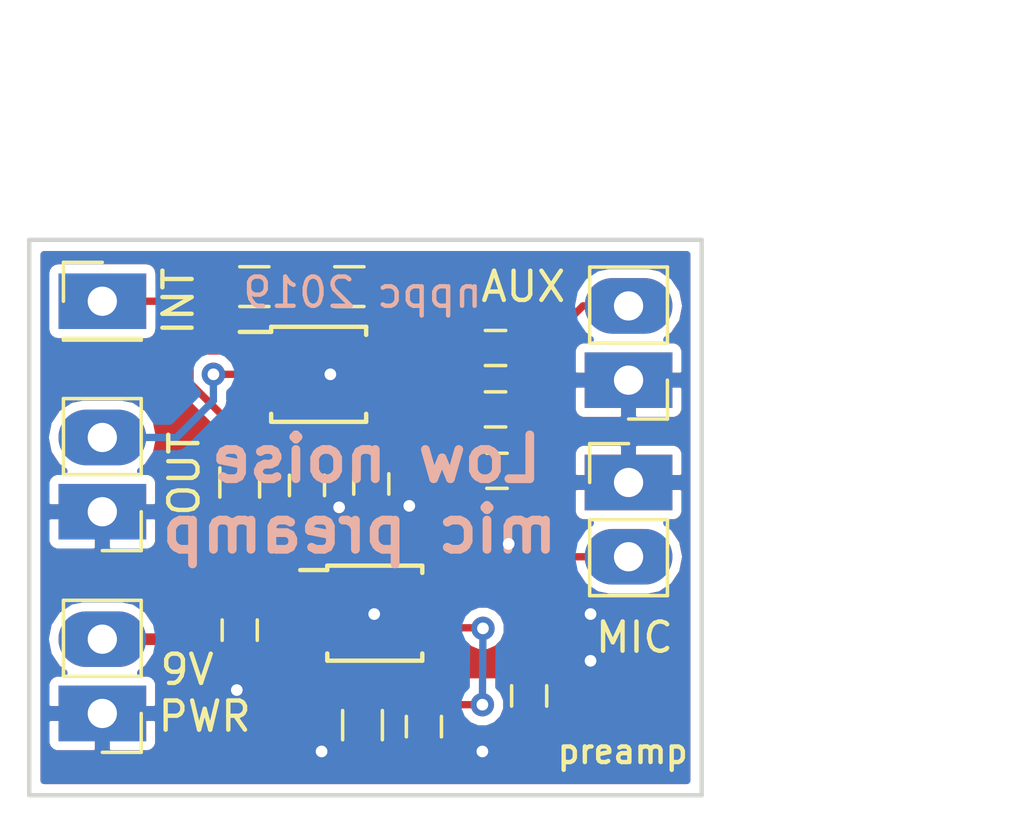
<source format=kicad_pcb>
(kicad_pcb (version 20171130) (host pcbnew "(5.0.0)")

  (general
    (thickness 1.6)
    (drawings 15)
    (tracks 152)
    (zones 0)
    (modules 19)
    (nets 17)
  )

  (page A4)
  (layers
    (0 F.Cu signal)
    (31 B.Cu signal)
    (32 B.Adhes user)
    (33 F.Adhes user)
    (34 B.Paste user)
    (35 F.Paste user)
    (36 B.SilkS user)
    (37 F.SilkS user)
    (38 B.Mask user)
    (39 F.Mask user)
    (40 Dwgs.User user)
    (41 Cmts.User user)
    (42 Eco1.User user)
    (43 Eco2.User user)
    (44 Edge.Cuts user)
    (45 Margin user)
    (46 B.CrtYd user)
    (47 F.CrtYd user)
    (48 B.Fab user)
    (49 F.Fab user)
  )

  (setup
    (last_trace_width 0.25)
    (user_trace_width 0.4)
    (trace_clearance 0.2)
    (zone_clearance 0.308)
    (zone_45_only no)
    (trace_min 0.2)
    (segment_width 0.2)
    (edge_width 0.15)
    (via_size 0.8)
    (via_drill 0.4)
    (via_min_size 0.4)
    (via_min_drill 0.3)
    (uvia_size 0.3)
    (uvia_drill 0.1)
    (uvias_allowed no)
    (uvia_min_size 0.2)
    (uvia_min_drill 0.1)
    (pcb_text_width 0.3)
    (pcb_text_size 1.5 1.5)
    (mod_edge_width 0.15)
    (mod_text_size 1 1)
    (mod_text_width 0.15)
    (pad_size 0.84 0.94)
    (pad_drill 0)
    (pad_to_mask_clearance 0.06)
    (aux_axis_origin 0 0)
    (visible_elements 7FFFFFFF)
    (pcbplotparams
      (layerselection 0x010fc_ffffffff)
      (usegerberextensions false)
      (usegerberattributes false)
      (usegerberadvancedattributes false)
      (creategerberjobfile false)
      (excludeedgelayer true)
      (linewidth 0.100000)
      (plotframeref false)
      (viasonmask false)
      (mode 1)
      (useauxorigin false)
      (hpglpennumber 1)
      (hpglpenspeed 20)
      (hpglpendiameter 15.000000)
      (psnegative false)
      (psa4output false)
      (plotreference true)
      (plotvalue true)
      (plotinvisibletext false)
      (padsonsilk false)
      (subtractmaskfromsilk false)
      (outputformat 1)
      (mirror false)
      (drillshape 1)
      (scaleselection 1)
      (outputdirectory ""))
  )

  (net 0 "")
  (net 1 GND)
  (net 2 /BIAS)
  (net 3 +9V)
  (net 4 "Net-(C3-Pad1)")
  (net 5 "Net-(C4-Pad1)")
  (net 6 /AUX_IN)
  (net 7 /IN-)
  (net 8 "Net-(C6-Pad1)")
  (net 9 /IN+)
  (net 10 VCC)
  (net 11 "Net-(J2-Pad1)")
  (net 12 /OUT)
  (net 13 /INT)
  (net 14 /G2)
  (net 15 /G1)
  (net 16 "Net-(U2-Pad4)")

  (net_class Default "This is the default net class."
    (clearance 0.2)
    (trace_width 0.25)
    (via_dia 0.8)
    (via_drill 0.4)
    (uvia_dia 0.3)
    (uvia_drill 0.1)
    (add_net +9V)
    (add_net /AUX_IN)
    (add_net /BIAS)
    (add_net /G1)
    (add_net /G2)
    (add_net /IN+)
    (add_net /IN-)
    (add_net /INT)
    (add_net /OUT)
    (add_net GND)
    (add_net "Net-(C3-Pad1)")
    (add_net "Net-(C4-Pad1)")
    (add_net "Net-(C6-Pad1)")
    (add_net "Net-(J2-Pad1)")
    (add_net "Net-(U2-Pad4)")
    (add_net VCC)
  )

  (module Capacitors_SMD:C_0603 (layer F.Cu) (tedit 5CB4D55C) (tstamp 5CB4D8F6)
    (at 139.7 69.35 90)
    (descr "Capacitor SMD 0603, reflow soldering, AVX (see smccp.pdf)")
    (tags "capacitor 0603")
    (path /5CB1D13D)
    (attr smd)
    (fp_text reference C1 (at 0 -1.5 90) (layer F.SilkS) hide
      (effects (font (size 1 1) (thickness 0.15)))
    )
    (fp_text value 100n (at 0 1.5 90) (layer F.Fab)
      (effects (font (size 1 1) (thickness 0.15)))
    )
    (fp_text user %R (at 0 0 90) (layer F.Fab)
      (effects (font (size 0.3 0.3) (thickness 0.075)))
    )
    (fp_line (start -0.8 0.4) (end -0.8 -0.4) (layer F.Fab) (width 0.1))
    (fp_line (start 0.8 0.4) (end -0.8 0.4) (layer F.Fab) (width 0.1))
    (fp_line (start 0.8 -0.4) (end 0.8 0.4) (layer F.Fab) (width 0.1))
    (fp_line (start -0.8 -0.4) (end 0.8 -0.4) (layer F.Fab) (width 0.1))
    (fp_line (start -0.35 -0.6) (end 0.35 -0.6) (layer F.SilkS) (width 0.12))
    (fp_line (start 0.35 0.6) (end -0.35 0.6) (layer F.SilkS) (width 0.12))
    (fp_line (start -1.4 -0.65) (end 1.4 -0.65) (layer F.CrtYd) (width 0.05))
    (fp_line (start -1.4 -0.65) (end -1.4 0.65) (layer F.CrtYd) (width 0.05))
    (fp_line (start 1.4 0.65) (end 1.4 -0.65) (layer F.CrtYd) (width 0.05))
    (fp_line (start 1.4 0.65) (end -1.4 0.65) (layer F.CrtYd) (width 0.05))
    (pad 1 smd rect (at -0.75 0 90) (size 0.8 0.75) (layers F.Cu F.Paste F.Mask)
      (net 1 GND))
    (pad 2 smd rect (at 0.75 0 90) (size 0.8 0.75) (layers F.Cu F.Paste F.Mask)
      (net 2 /BIAS))
    (model Capacitors_SMD.3dshapes/C_0603.wrl
      (at (xyz 0 0 0))
      (scale (xyz 1 1 1))
      (rotate (xyz 0 0 0))
    )
  )

  (module Capacitors_SMD:C_0603 (layer F.Cu) (tedit 5CB4D40B) (tstamp 5CB4D907)
    (at 135.2 74.35 270)
    (descr "Capacitor SMD 0603, reflow soldering, AVX (see smccp.pdf)")
    (tags "capacitor 0603")
    (path /5CB52A97)
    (attr smd)
    (fp_text reference C2 (at 0 -1.5 270) (layer F.SilkS) hide
      (effects (font (size 1 1) (thickness 0.15)))
    )
    (fp_text value 10uf (at 0 1.5 270) (layer F.Fab)
      (effects (font (size 1 1) (thickness 0.15)))
    )
    (fp_line (start 1.4 0.65) (end -1.4 0.65) (layer F.CrtYd) (width 0.05))
    (fp_line (start 1.4 0.65) (end 1.4 -0.65) (layer F.CrtYd) (width 0.05))
    (fp_line (start -1.4 -0.65) (end -1.4 0.65) (layer F.CrtYd) (width 0.05))
    (fp_line (start -1.4 -0.65) (end 1.4 -0.65) (layer F.CrtYd) (width 0.05))
    (fp_line (start 0.35 0.6) (end -0.35 0.6) (layer F.SilkS) (width 0.12))
    (fp_line (start -0.35 -0.6) (end 0.35 -0.6) (layer F.SilkS) (width 0.12))
    (fp_line (start -0.8 -0.4) (end 0.8 -0.4) (layer F.Fab) (width 0.1))
    (fp_line (start 0.8 -0.4) (end 0.8 0.4) (layer F.Fab) (width 0.1))
    (fp_line (start 0.8 0.4) (end -0.8 0.4) (layer F.Fab) (width 0.1))
    (fp_line (start -0.8 0.4) (end -0.8 -0.4) (layer F.Fab) (width 0.1))
    (fp_text user %R (at 0 0 270) (layer F.Fab)
      (effects (font (size 0.3 0.3) (thickness 0.075)))
    )
    (pad 2 smd rect (at 0.75 0 270) (size 0.8 0.75) (layers F.Cu F.Paste F.Mask)
      (net 1 GND))
    (pad 1 smd rect (at -0.75 0 270) (size 0.8 0.75) (layers F.Cu F.Paste F.Mask)
      (net 3 +9V))
    (model Capacitors_SMD.3dshapes/C_0603.wrl
      (at (xyz 0 0 0))
      (scale (xyz 1 1 1))
      (rotate (xyz 0 0 0))
    )
  )

  (module Capacitors_SMD:C_0603 (layer F.Cu) (tedit 5CB4CFB7) (tstamp 5CB4F610)
    (at 141.5 77.65 270)
    (descr "Capacitor SMD 0603, reflow soldering, AVX (see smccp.pdf)")
    (tags "capacitor 0603")
    (path /5CB59872)
    (attr smd)
    (fp_text reference C3 (at 0 -1.5 270) (layer F.SilkS) hide
      (effects (font (size 1 1) (thickness 0.15)))
    )
    (fp_text value 0.47uf (at 0 1.5 270) (layer F.Fab)
      (effects (font (size 1 1) (thickness 0.15)))
    )
    (fp_line (start 1.4 0.65) (end -1.4 0.65) (layer F.CrtYd) (width 0.05))
    (fp_line (start 1.4 0.65) (end 1.4 -0.65) (layer F.CrtYd) (width 0.05))
    (fp_line (start -1.4 -0.65) (end -1.4 0.65) (layer F.CrtYd) (width 0.05))
    (fp_line (start -1.4 -0.65) (end 1.4 -0.65) (layer F.CrtYd) (width 0.05))
    (fp_line (start 0.35 0.6) (end -0.35 0.6) (layer F.SilkS) (width 0.12))
    (fp_line (start -0.35 -0.6) (end 0.35 -0.6) (layer F.SilkS) (width 0.12))
    (fp_line (start -0.8 -0.4) (end 0.8 -0.4) (layer F.Fab) (width 0.1))
    (fp_line (start 0.8 -0.4) (end 0.8 0.4) (layer F.Fab) (width 0.1))
    (fp_line (start 0.8 0.4) (end -0.8 0.4) (layer F.Fab) (width 0.1))
    (fp_line (start -0.8 0.4) (end -0.8 -0.4) (layer F.Fab) (width 0.1))
    (fp_text user %R (at 0 0 270) (layer F.Fab)
      (effects (font (size 0.3 0.3) (thickness 0.075)))
    )
    (pad 2 smd rect (at 0.75 0 270) (size 0.8 0.75) (layers F.Cu F.Paste F.Mask)
      (net 1 GND))
    (pad 1 smd rect (at -0.75 0 270) (size 0.8 0.75) (layers F.Cu F.Paste F.Mask)
      (net 4 "Net-(C3-Pad1)"))
    (model Capacitors_SMD.3dshapes/C_0603.wrl
      (at (xyz 0 0 0))
      (scale (xyz 1 1 1))
      (rotate (xyz 0 0 0))
    )
  )

  (module Capacitors_SMD:C_0603 (layer F.Cu) (tedit 5CB4D481) (tstamp 5CB4E8D2)
    (at 143.95 64.7 180)
    (descr "Capacitor SMD 0603, reflow soldering, AVX (see smccp.pdf)")
    (tags "capacitor 0603")
    (path /5CB1CC7B)
    (attr smd)
    (fp_text reference C4 (at 0 -1.5 180) (layer F.SilkS) hide
      (effects (font (size 1 1) (thickness 0.15)))
    )
    (fp_text value 1uf (at 0 1.5 180) (layer F.Fab)
      (effects (font (size 1 1) (thickness 0.15)))
    )
    (fp_text user %R (at 0 0 180) (layer F.Fab)
      (effects (font (size 0.3 0.3) (thickness 0.075)))
    )
    (fp_line (start -0.8 0.4) (end -0.8 -0.4) (layer F.Fab) (width 0.1))
    (fp_line (start 0.8 0.4) (end -0.8 0.4) (layer F.Fab) (width 0.1))
    (fp_line (start 0.8 -0.4) (end 0.8 0.4) (layer F.Fab) (width 0.1))
    (fp_line (start -0.8 -0.4) (end 0.8 -0.4) (layer F.Fab) (width 0.1))
    (fp_line (start -0.35 -0.6) (end 0.35 -0.6) (layer F.SilkS) (width 0.12))
    (fp_line (start 0.35 0.6) (end -0.35 0.6) (layer F.SilkS) (width 0.12))
    (fp_line (start -1.4 -0.65) (end 1.4 -0.65) (layer F.CrtYd) (width 0.05))
    (fp_line (start -1.4 -0.65) (end -1.4 0.65) (layer F.CrtYd) (width 0.05))
    (fp_line (start 1.4 0.65) (end 1.4 -0.65) (layer F.CrtYd) (width 0.05))
    (fp_line (start 1.4 0.65) (end -1.4 0.65) (layer F.CrtYd) (width 0.05))
    (pad 1 smd rect (at -0.75 0 180) (size 0.8 0.75) (layers F.Cu F.Paste F.Mask)
      (net 5 "Net-(C4-Pad1)"))
    (pad 2 smd rect (at 0.75 0 180) (size 0.8 0.75) (layers F.Cu F.Paste F.Mask)
      (net 6 /AUX_IN))
    (model Capacitors_SMD.3dshapes/C_0603.wrl
      (at (xyz 0 0 0))
      (scale (xyz 1 1 1))
      (rotate (xyz 0 0 0))
    )
  )

  (module Capacitors_SMD:C_0603 (layer F.Cu) (tedit 5CB4D504) (tstamp 5CB4E2EE)
    (at 143.95 66.8 180)
    (descr "Capacitor SMD 0603, reflow soldering, AVX (see smccp.pdf)")
    (tags "capacitor 0603")
    (path /5CB1CC59)
    (attr smd)
    (fp_text reference C5 (at 0 -1.5 180) (layer F.SilkS) hide
      (effects (font (size 1 1) (thickness 0.15)))
    )
    (fp_text value 1uf (at 0 1.5 180) (layer F.Fab)
      (effects (font (size 1 1) (thickness 0.15)))
    )
    (fp_line (start 1.4 0.65) (end -1.4 0.65) (layer F.CrtYd) (width 0.05))
    (fp_line (start 1.4 0.65) (end 1.4 -0.65) (layer F.CrtYd) (width 0.05))
    (fp_line (start -1.4 -0.65) (end -1.4 0.65) (layer F.CrtYd) (width 0.05))
    (fp_line (start -1.4 -0.65) (end 1.4 -0.65) (layer F.CrtYd) (width 0.05))
    (fp_line (start 0.35 0.6) (end -0.35 0.6) (layer F.SilkS) (width 0.12))
    (fp_line (start -0.35 -0.6) (end 0.35 -0.6) (layer F.SilkS) (width 0.12))
    (fp_line (start -0.8 -0.4) (end 0.8 -0.4) (layer F.Fab) (width 0.1))
    (fp_line (start 0.8 -0.4) (end 0.8 0.4) (layer F.Fab) (width 0.1))
    (fp_line (start 0.8 0.4) (end -0.8 0.4) (layer F.Fab) (width 0.1))
    (fp_line (start -0.8 0.4) (end -0.8 -0.4) (layer F.Fab) (width 0.1))
    (fp_text user %R (at 0 0 180) (layer F.Fab)
      (effects (font (size 0.3 0.3) (thickness 0.075)))
    )
    (pad 2 smd rect (at 0.75 0 180) (size 0.8 0.75) (layers F.Cu F.Paste F.Mask)
      (net 7 /IN-))
    (pad 1 smd rect (at -0.75 0 180) (size 0.8 0.75) (layers F.Cu F.Paste F.Mask)
      (net 1 GND))
    (model Capacitors_SMD.3dshapes/C_0603.wrl
      (at (xyz 0 0 0))
      (scale (xyz 1 1 1))
      (rotate (xyz 0 0 0))
    )
  )

  (module Capacitors_SMD:C_0603 (layer F.Cu) (tedit 5CB4D4D6) (tstamp 5CB4D94B)
    (at 144 68.9 180)
    (descr "Capacitor SMD 0603, reflow soldering, AVX (see smccp.pdf)")
    (tags "capacitor 0603")
    (path /5CB1CB6F)
    (attr smd)
    (fp_text reference C6 (at 0 -1.5 180) (layer F.SilkS) hide
      (effects (font (size 1 1) (thickness 0.15)))
    )
    (fp_text value 1uf (at 0 1.5 180) (layer F.Fab)
      (effects (font (size 1 1) (thickness 0.15)))
    )
    (fp_text user %R (at 0 0 180) (layer F.Fab)
      (effects (font (size 0.3 0.3) (thickness 0.075)))
    )
    (fp_line (start -0.8 0.4) (end -0.8 -0.4) (layer F.Fab) (width 0.1))
    (fp_line (start 0.8 0.4) (end -0.8 0.4) (layer F.Fab) (width 0.1))
    (fp_line (start 0.8 -0.4) (end 0.8 0.4) (layer F.Fab) (width 0.1))
    (fp_line (start -0.8 -0.4) (end 0.8 -0.4) (layer F.Fab) (width 0.1))
    (fp_line (start -0.35 -0.6) (end 0.35 -0.6) (layer F.SilkS) (width 0.12))
    (fp_line (start 0.35 0.6) (end -0.35 0.6) (layer F.SilkS) (width 0.12))
    (fp_line (start -1.4 -0.65) (end 1.4 -0.65) (layer F.CrtYd) (width 0.05))
    (fp_line (start -1.4 -0.65) (end -1.4 0.65) (layer F.CrtYd) (width 0.05))
    (fp_line (start 1.4 0.65) (end 1.4 -0.65) (layer F.CrtYd) (width 0.05))
    (fp_line (start 1.4 0.65) (end -1.4 0.65) (layer F.CrtYd) (width 0.05))
    (pad 1 smd rect (at -0.75 0 180) (size 0.8 0.75) (layers F.Cu F.Paste F.Mask)
      (net 8 "Net-(C6-Pad1)"))
    (pad 2 smd rect (at 0.75 0 180) (size 0.8 0.75) (layers F.Cu F.Paste F.Mask)
      (net 9 /IN+))
    (model Capacitors_SMD.3dshapes/C_0603.wrl
      (at (xyz 0 0 0))
      (scale (xyz 1 1 1))
      (rotate (xyz 0 0 0))
    )
  )

  (module Capacitors_SMD:C_0603 (layer F.Cu) (tedit 5CB4D589) (tstamp 5CB4D95C)
    (at 137.5 69.4 270)
    (descr "Capacitor SMD 0603, reflow soldering, AVX (see smccp.pdf)")
    (tags "capacitor 0603")
    (path /5CB1CC9D)
    (attr smd)
    (fp_text reference C7 (at 0 -1.5 270) (layer F.SilkS) hide
      (effects (font (size 1 1) (thickness 0.15)))
    )
    (fp_text value 100n (at 0 1.5 270) (layer F.Fab)
      (effects (font (size 1 1) (thickness 0.15)))
    )
    (fp_line (start 1.4 0.65) (end -1.4 0.65) (layer F.CrtYd) (width 0.05))
    (fp_line (start 1.4 0.65) (end 1.4 -0.65) (layer F.CrtYd) (width 0.05))
    (fp_line (start -1.4 -0.65) (end -1.4 0.65) (layer F.CrtYd) (width 0.05))
    (fp_line (start -1.4 -0.65) (end 1.4 -0.65) (layer F.CrtYd) (width 0.05))
    (fp_line (start 0.35 0.6) (end -0.35 0.6) (layer F.SilkS) (width 0.12))
    (fp_line (start -0.35 -0.6) (end 0.35 -0.6) (layer F.SilkS) (width 0.12))
    (fp_line (start -0.8 -0.4) (end 0.8 -0.4) (layer F.Fab) (width 0.1))
    (fp_line (start 0.8 -0.4) (end 0.8 0.4) (layer F.Fab) (width 0.1))
    (fp_line (start 0.8 0.4) (end -0.8 0.4) (layer F.Fab) (width 0.1))
    (fp_line (start -0.8 0.4) (end -0.8 -0.4) (layer F.Fab) (width 0.1))
    (fp_text user %R (at 0 0 270) (layer F.Fab)
      (effects (font (size 0.3 0.3) (thickness 0.075)))
    )
    (pad 2 smd rect (at 0.75 0 270) (size 0.8 0.75) (layers F.Cu F.Paste F.Mask)
      (net 1 GND))
    (pad 1 smd rect (at -0.75 0 270) (size 0.8 0.75) (layers F.Cu F.Paste F.Mask)
      (net 10 VCC))
    (model Capacitors_SMD.3dshapes/C_0603.wrl
      (at (xyz 0 0 0))
      (scale (xyz 1 1 1))
      (rotate (xyz 0 0 0))
    )
  )

  (module Capacitors_SMD:C_0603 (layer F.Cu) (tedit 5CB4D764) (tstamp 5CB4F670)
    (at 145.1 76.6 270)
    (descr "Capacitor SMD 0603, reflow soldering, AVX (see smccp.pdf)")
    (tags "capacitor 0603")
    (path /5CB58B9B)
    (attr smd)
    (fp_text reference C8 (at 0 -1.5 270) (layer F.SilkS) hide
      (effects (font (size 1 1) (thickness 0.15)))
    )
    (fp_text value 10uf (at 0 1.5 270) (layer F.Fab)
      (effects (font (size 1 1) (thickness 0.15)))
    )
    (fp_text user %R (at 0 0 270) (layer F.Fab)
      (effects (font (size 0.3 0.3) (thickness 0.075)))
    )
    (fp_line (start -0.8 0.4) (end -0.8 -0.4) (layer F.Fab) (width 0.1))
    (fp_line (start 0.8 0.4) (end -0.8 0.4) (layer F.Fab) (width 0.1))
    (fp_line (start 0.8 -0.4) (end 0.8 0.4) (layer F.Fab) (width 0.1))
    (fp_line (start -0.8 -0.4) (end 0.8 -0.4) (layer F.Fab) (width 0.1))
    (fp_line (start -0.35 -0.6) (end 0.35 -0.6) (layer F.SilkS) (width 0.12))
    (fp_line (start 0.35 0.6) (end -0.35 0.6) (layer F.SilkS) (width 0.12))
    (fp_line (start -1.4 -0.65) (end 1.4 -0.65) (layer F.CrtYd) (width 0.05))
    (fp_line (start -1.4 -0.65) (end -1.4 0.65) (layer F.CrtYd) (width 0.05))
    (fp_line (start 1.4 0.65) (end 1.4 -0.65) (layer F.CrtYd) (width 0.05))
    (fp_line (start 1.4 0.65) (end -1.4 0.65) (layer F.CrtYd) (width 0.05))
    (pad 1 smd rect (at -0.75 0 270) (size 0.8 0.75) (layers F.Cu F.Paste F.Mask)
      (net 10 VCC))
    (pad 2 smd rect (at 0.75 0 270) (size 0.8 0.75) (layers F.Cu F.Paste F.Mask)
      (net 1 GND))
    (model Capacitors_SMD.3dshapes/C_0603.wrl
      (at (xyz 0 0 0))
      (scale (xyz 1 1 1))
      (rotate (xyz 0 0 0))
    )
  )

  (module KiCadCustomLibs:Conn_1x02_2.54mm (layer F.Cu) (tedit 5CB4D772) (tstamp 5CB4D983)
    (at 130.5 77.2 180)
    (descr "Through hole straight pin header, 1x02, 2.54mm pitch, single row")
    (tags "Through hole pin header THT 1x02 2.54mm single row")
    (path /5CB1F7EC)
    (fp_text reference J1 (at 0 -2.33 180) (layer F.SilkS) hide
      (effects (font (size 1 1) (thickness 0.15)))
    )
    (fp_text value PWR (at 0 4.87 180) (layer F.Fab) hide
      (effects (font (size 1 1) (thickness 0.15)))
    )
    (fp_line (start -0.635 -1.27) (end 1.27 -1.27) (layer F.Fab) (width 0.1))
    (fp_line (start 1.27 -1.27) (end 1.27 3.81) (layer F.Fab) (width 0.1))
    (fp_line (start 1.27 3.81) (end -1.27 3.81) (layer F.Fab) (width 0.1))
    (fp_line (start -1.27 3.81) (end -1.27 -0.635) (layer F.Fab) (width 0.1))
    (fp_line (start -1.27 -0.635) (end -0.635 -1.27) (layer F.Fab) (width 0.1))
    (fp_line (start -1.33 3.87) (end 1.33 3.87) (layer F.SilkS) (width 0.12))
    (fp_line (start -1.33 1.27) (end -1.33 3.87) (layer F.SilkS) (width 0.12))
    (fp_line (start 1.33 1.27) (end 1.33 3.87) (layer F.SilkS) (width 0.12))
    (fp_line (start -1.33 1.27) (end 1.33 1.27) (layer F.SilkS) (width 0.12))
    (fp_line (start -1.33 0) (end -1.33 -1.33) (layer F.SilkS) (width 0.12))
    (fp_line (start -1.33 -1.33) (end 0 -1.33) (layer F.SilkS) (width 0.12))
    (fp_line (start -1.8 -1.8) (end -1.8 4.35) (layer F.CrtYd) (width 0.05))
    (fp_line (start -1.8 4.35) (end 1.8 4.35) (layer F.CrtYd) (width 0.05))
    (fp_line (start 1.8 4.35) (end 1.8 -1.8) (layer F.CrtYd) (width 0.05))
    (fp_line (start 1.8 -1.8) (end -1.8 -1.8) (layer F.CrtYd) (width 0.05))
    (fp_text user %R (at 0 1.27 270) (layer F.Fab) hide
      (effects (font (size 1 1) (thickness 0.15)))
    )
    (pad 1 thru_hole rect (at 0 0 180) (size 3 1.9) (drill 1) (layers *.Cu *.Mask)
      (net 1 GND))
    (pad 2 thru_hole oval (at 0 2.54 180) (size 3 1.9) (drill 1) (layers *.Cu *.Mask)
      (net 3 +9V))
    (model ${KISYS3DMOD}/Pin_Headers.3dshapes/Pin_Header_Straight_1x02_Pitch2.54mm.wrl
      (at (xyz 0 0 0))
      (scale (xyz 1 1 1))
      (rotate (xyz 0 0 0))
    )
  )

  (module KiCadCustomLibs:Conn_1x01_2.54mm (layer F.Cu) (tedit 5CB4D6AD) (tstamp 5CB4D998)
    (at 130.5 63.1)
    (descr "Through hole straight pin header, 1x01, 2.54mm pitch, single row")
    (tags "Through hole pin header THT 1x01 2.54mm single row")
    (path /5CB2036E)
    (fp_text reference J2 (at 0 -2.33) (layer F.SilkS) hide
      (effects (font (size 1 1) (thickness 0.15)))
    )
    (fp_text value INT (at 0 2.33) (layer F.Fab) hide
      (effects (font (size 1 1) (thickness 0.15)))
    )
    (fp_text user %R (at 0 0 90) (layer F.Fab) hide
      (effects (font (size 1 1) (thickness 0.15)))
    )
    (fp_line (start 1.8 -1.8) (end -1.8 -1.8) (layer F.CrtYd) (width 0.05))
    (fp_line (start 1.8 1.8) (end 1.8 -1.8) (layer F.CrtYd) (width 0.05))
    (fp_line (start -1.8 1.8) (end 1.8 1.8) (layer F.CrtYd) (width 0.05))
    (fp_line (start -1.8 -1.8) (end -1.8 1.8) (layer F.CrtYd) (width 0.05))
    (fp_line (start -1.33 -1.33) (end 0 -1.33) (layer F.SilkS) (width 0.12))
    (fp_line (start -1.33 0) (end -1.33 -1.33) (layer F.SilkS) (width 0.12))
    (fp_line (start -1.33 1.27) (end 1.33 1.27) (layer F.SilkS) (width 0.12))
    (fp_line (start 1.33 1.27) (end 1.33 1.33) (layer F.SilkS) (width 0.12))
    (fp_line (start -1.33 1.27) (end -1.33 1.33) (layer F.SilkS) (width 0.12))
    (fp_line (start -1.33 1.33) (end 1.33 1.33) (layer F.SilkS) (width 0.12))
    (fp_line (start -1.27 -0.635) (end -0.635 -1.27) (layer F.Fab) (width 0.1))
    (fp_line (start -1.27 1.27) (end -1.27 -0.635) (layer F.Fab) (width 0.1))
    (fp_line (start 1.27 1.27) (end -1.27 1.27) (layer F.Fab) (width 0.1))
    (fp_line (start 1.27 -1.27) (end 1.27 1.27) (layer F.Fab) (width 0.1))
    (fp_line (start -0.635 -1.27) (end 1.27 -1.27) (layer F.Fab) (width 0.1))
    (pad 1 thru_hole rect (at 0 0) (size 3 1.9) (drill 1) (layers *.Cu *.Mask)
      (net 11 "Net-(J2-Pad1)"))
    (model ${KISYS3DMOD}/Pin_Headers.3dshapes/Pin_Header_Straight_1x01_Pitch2.54mm.wrl
      (at (xyz 0 0 0))
      (scale (xyz 1 1 1))
      (rotate (xyz 0 0 0))
    )
  )

  (module KiCadCustomLibs:Conn_1x02_2.54mm (layer F.Cu) (tedit 5CB4D6A7) (tstamp 5CB4D9AE)
    (at 130.5 70.3 180)
    (descr "Through hole straight pin header, 1x02, 2.54mm pitch, single row")
    (tags "Through hole pin header THT 1x02 2.54mm single row")
    (path /5CB1DE7E)
    (fp_text reference J3 (at 0 -2.33 180) (layer F.SilkS) hide
      (effects (font (size 1 1) (thickness 0.15)))
    )
    (fp_text value OUT (at 0 4.87 180) (layer F.Fab) hide
      (effects (font (size 1 1) (thickness 0.15)))
    )
    (fp_line (start -0.635 -1.27) (end 1.27 -1.27) (layer F.Fab) (width 0.1))
    (fp_line (start 1.27 -1.27) (end 1.27 3.81) (layer F.Fab) (width 0.1))
    (fp_line (start 1.27 3.81) (end -1.27 3.81) (layer F.Fab) (width 0.1))
    (fp_line (start -1.27 3.81) (end -1.27 -0.635) (layer F.Fab) (width 0.1))
    (fp_line (start -1.27 -0.635) (end -0.635 -1.27) (layer F.Fab) (width 0.1))
    (fp_line (start -1.33 3.87) (end 1.33 3.87) (layer F.SilkS) (width 0.12))
    (fp_line (start -1.33 1.27) (end -1.33 3.87) (layer F.SilkS) (width 0.12))
    (fp_line (start 1.33 1.27) (end 1.33 3.87) (layer F.SilkS) (width 0.12))
    (fp_line (start -1.33 1.27) (end 1.33 1.27) (layer F.SilkS) (width 0.12))
    (fp_line (start -1.33 0) (end -1.33 -1.33) (layer F.SilkS) (width 0.12))
    (fp_line (start -1.33 -1.33) (end 0 -1.33) (layer F.SilkS) (width 0.12))
    (fp_line (start -1.8 -1.8) (end -1.8 4.35) (layer F.CrtYd) (width 0.05))
    (fp_line (start -1.8 4.35) (end 1.8 4.35) (layer F.CrtYd) (width 0.05))
    (fp_line (start 1.8 4.35) (end 1.8 -1.8) (layer F.CrtYd) (width 0.05))
    (fp_line (start 1.8 -1.8) (end -1.8 -1.8) (layer F.CrtYd) (width 0.05))
    (fp_text user %R (at 0 1.27 270) (layer F.Fab) hide
      (effects (font (size 1 1) (thickness 0.15)))
    )
    (pad 1 thru_hole rect (at 0 0 180) (size 3 1.9) (drill 1) (layers *.Cu *.Mask)
      (net 1 GND))
    (pad 2 thru_hole oval (at 0 2.54 180) (size 3 1.9) (drill 1) (layers *.Cu *.Mask)
      (net 12 /OUT))
    (model ${KISYS3DMOD}/Pin_Headers.3dshapes/Pin_Header_Straight_1x02_Pitch2.54mm.wrl
      (at (xyz 0 0 0))
      (scale (xyz 1 1 1))
      (rotate (xyz 0 0 0))
    )
  )

  (module KiCadCustomLibs:Conn_1x02_2.54mm (layer F.Cu) (tedit 5CB4D7C2) (tstamp 5CB4EFB6)
    (at 148.5 65.8 180)
    (descr "Through hole straight pin header, 1x02, 2.54mm pitch, single row")
    (tags "Through hole pin header THT 1x02 2.54mm single row")
    (path /5CB1E5BE)
    (fp_text reference J4 (at 0 -2.33 180) (layer F.SilkS) hide
      (effects (font (size 1 1) (thickness 0.15)))
    )
    (fp_text value AUX (at 0 4.87 180) (layer F.Fab) hide
      (effects (font (size 1 1) (thickness 0.15)))
    )
    (fp_text user %R (at 0 1.27 270) (layer F.Fab) hide
      (effects (font (size 1 1) (thickness 0.15)))
    )
    (fp_line (start 1.8 -1.8) (end -1.8 -1.8) (layer F.CrtYd) (width 0.05))
    (fp_line (start 1.8 4.35) (end 1.8 -1.8) (layer F.CrtYd) (width 0.05))
    (fp_line (start -1.8 4.35) (end 1.8 4.35) (layer F.CrtYd) (width 0.05))
    (fp_line (start -1.8 -1.8) (end -1.8 4.35) (layer F.CrtYd) (width 0.05))
    (fp_line (start -1.33 -1.33) (end 0 -1.33) (layer F.SilkS) (width 0.12))
    (fp_line (start -1.33 0) (end -1.33 -1.33) (layer F.SilkS) (width 0.12))
    (fp_line (start -1.33 1.27) (end 1.33 1.27) (layer F.SilkS) (width 0.12))
    (fp_line (start 1.33 1.27) (end 1.33 3.87) (layer F.SilkS) (width 0.12))
    (fp_line (start -1.33 1.27) (end -1.33 3.87) (layer F.SilkS) (width 0.12))
    (fp_line (start -1.33 3.87) (end 1.33 3.87) (layer F.SilkS) (width 0.12))
    (fp_line (start -1.27 -0.635) (end -0.635 -1.27) (layer F.Fab) (width 0.1))
    (fp_line (start -1.27 3.81) (end -1.27 -0.635) (layer F.Fab) (width 0.1))
    (fp_line (start 1.27 3.81) (end -1.27 3.81) (layer F.Fab) (width 0.1))
    (fp_line (start 1.27 -1.27) (end 1.27 3.81) (layer F.Fab) (width 0.1))
    (fp_line (start -0.635 -1.27) (end 1.27 -1.27) (layer F.Fab) (width 0.1))
    (pad 2 thru_hole oval (at 0 2.54 180) (size 3 1.9) (drill 1) (layers *.Cu *.Mask)
      (net 5 "Net-(C4-Pad1)"))
    (pad 1 thru_hole rect (at 0 0 180) (size 3 1.9) (drill 1) (layers *.Cu *.Mask)
      (net 1 GND))
    (model ${KISYS3DMOD}/Pin_Headers.3dshapes/Pin_Header_Straight_1x02_Pitch2.54mm.wrl
      (at (xyz 0 0 0))
      (scale (xyz 1 1 1))
      (rotate (xyz 0 0 0))
    )
  )

  (module KiCadCustomLibs:Conn_1x02_2.54mm (layer F.Cu) (tedit 5CB4D7BB) (tstamp 5CB4EF77)
    (at 148.5 69.3)
    (descr "Through hole straight pin header, 1x02, 2.54mm pitch, single row")
    (tags "Through hole pin header THT 1x02 2.54mm single row")
    (path /5CB1E65A)
    (fp_text reference J5 (at 0 -2.33) (layer F.SilkS) hide
      (effects (font (size 1 1) (thickness 0.15)))
    )
    (fp_text value MIC (at 0 4.87) (layer F.Fab) hide
      (effects (font (size 1 1) (thickness 0.15)))
    )
    (fp_text user %R (at 0 1.27 90) (layer F.Fab) hide
      (effects (font (size 1 1) (thickness 0.15)))
    )
    (fp_line (start 1.8 -1.8) (end -1.8 -1.8) (layer F.CrtYd) (width 0.05))
    (fp_line (start 1.8 4.35) (end 1.8 -1.8) (layer F.CrtYd) (width 0.05))
    (fp_line (start -1.8 4.35) (end 1.8 4.35) (layer F.CrtYd) (width 0.05))
    (fp_line (start -1.8 -1.8) (end -1.8 4.35) (layer F.CrtYd) (width 0.05))
    (fp_line (start -1.33 -1.33) (end 0 -1.33) (layer F.SilkS) (width 0.12))
    (fp_line (start -1.33 0) (end -1.33 -1.33) (layer F.SilkS) (width 0.12))
    (fp_line (start -1.33 1.27) (end 1.33 1.27) (layer F.SilkS) (width 0.12))
    (fp_line (start 1.33 1.27) (end 1.33 3.87) (layer F.SilkS) (width 0.12))
    (fp_line (start -1.33 1.27) (end -1.33 3.87) (layer F.SilkS) (width 0.12))
    (fp_line (start -1.33 3.87) (end 1.33 3.87) (layer F.SilkS) (width 0.12))
    (fp_line (start -1.27 -0.635) (end -0.635 -1.27) (layer F.Fab) (width 0.1))
    (fp_line (start -1.27 3.81) (end -1.27 -0.635) (layer F.Fab) (width 0.1))
    (fp_line (start 1.27 3.81) (end -1.27 3.81) (layer F.Fab) (width 0.1))
    (fp_line (start 1.27 -1.27) (end 1.27 3.81) (layer F.Fab) (width 0.1))
    (fp_line (start -0.635 -1.27) (end 1.27 -1.27) (layer F.Fab) (width 0.1))
    (pad 2 thru_hole oval (at 0 2.54) (size 3 1.9) (drill 1) (layers *.Cu *.Mask)
      (net 8 "Net-(C6-Pad1)"))
    (pad 1 thru_hole rect (at 0 0) (size 3 1.9) (drill 1) (layers *.Cu *.Mask)
      (net 1 GND))
    (model ${KISYS3DMOD}/Pin_Headers.3dshapes/Pin_Header_Straight_1x02_Pitch2.54mm.wrl
      (at (xyz 0 0 0))
      (scale (xyz 1 1 1))
      (rotate (xyz 0 0 0))
    )
  )

  (module Resistors_SMD:R_0603 (layer F.Cu) (tedit 5CB4D6E0) (tstamp 5CB4D9EB)
    (at 135.7 62.6 180)
    (descr "Resistor SMD 0603, reflow soldering, Vishay (see dcrcw.pdf)")
    (tags "resistor 0603")
    (path /5CB4D50F)
    (attr smd)
    (fp_text reference R1 (at 0 -1.45 180) (layer F.SilkS) hide
      (effects (font (size 1 1) (thickness 0.15)))
    )
    (fp_text value 100 (at 0 1.5 180) (layer F.Fab)
      (effects (font (size 1 1) (thickness 0.15)))
    )
    (fp_line (start 1.25 0.7) (end -1.25 0.7) (layer F.CrtYd) (width 0.05))
    (fp_line (start 1.25 0.7) (end 1.25 -0.7) (layer F.CrtYd) (width 0.05))
    (fp_line (start -1.25 -0.7) (end -1.25 0.7) (layer F.CrtYd) (width 0.05))
    (fp_line (start -1.25 -0.7) (end 1.25 -0.7) (layer F.CrtYd) (width 0.05))
    (fp_line (start -0.5 -0.68) (end 0.5 -0.68) (layer F.SilkS) (width 0.12))
    (fp_line (start 0.5 0.68) (end -0.5 0.68) (layer F.SilkS) (width 0.12))
    (fp_line (start -0.8 -0.4) (end 0.8 -0.4) (layer F.Fab) (width 0.1))
    (fp_line (start 0.8 -0.4) (end 0.8 0.4) (layer F.Fab) (width 0.1))
    (fp_line (start 0.8 0.4) (end -0.8 0.4) (layer F.Fab) (width 0.1))
    (fp_line (start -0.8 0.4) (end -0.8 -0.4) (layer F.Fab) (width 0.1))
    (fp_text user %R (at 0 0 180) (layer F.Fab)
      (effects (font (size 0.4 0.4) (thickness 0.075)))
    )
    (pad 2 smd rect (at 0.75 0 180) (size 0.5 0.9) (layers F.Cu F.Paste F.Mask)
      (net 11 "Net-(J2-Pad1)"))
    (pad 1 smd rect (at -0.75 0 180) (size 0.5 0.9) (layers F.Cu F.Paste F.Mask)
      (net 13 /INT))
    (model ${KISYS3DMOD}/Resistors_SMD.3dshapes/R_0603.wrl
      (at (xyz 0 0 0))
      (scale (xyz 1 1 1))
      (rotate (xyz 0 0 0))
    )
  )

  (module Resistors_SMD:R_0603 (layer F.Cu) (tedit 5CB4D6A2) (tstamp 5CB4D9FC)
    (at 135.2 69.3 270)
    (descr "Resistor SMD 0603, reflow soldering, Vishay (see dcrcw.pdf)")
    (tags "resistor 0603")
    (path /5CB1D67D)
    (attr smd)
    (fp_text reference R2 (at 0 -1.45 270) (layer F.SilkS) hide
      (effects (font (size 1 1) (thickness 0.15)))
    )
    (fp_text value 100K (at 0 1.5 270) (layer F.Fab)
      (effects (font (size 1 1) (thickness 0.15)))
    )
    (fp_text user %R (at 0 0 270) (layer F.Fab)
      (effects (font (size 0.4 0.4) (thickness 0.075)))
    )
    (fp_line (start -0.8 0.4) (end -0.8 -0.4) (layer F.Fab) (width 0.1))
    (fp_line (start 0.8 0.4) (end -0.8 0.4) (layer F.Fab) (width 0.1))
    (fp_line (start 0.8 -0.4) (end 0.8 0.4) (layer F.Fab) (width 0.1))
    (fp_line (start -0.8 -0.4) (end 0.8 -0.4) (layer F.Fab) (width 0.1))
    (fp_line (start 0.5 0.68) (end -0.5 0.68) (layer F.SilkS) (width 0.12))
    (fp_line (start -0.5 -0.68) (end 0.5 -0.68) (layer F.SilkS) (width 0.12))
    (fp_line (start -1.25 -0.7) (end 1.25 -0.7) (layer F.CrtYd) (width 0.05))
    (fp_line (start -1.25 -0.7) (end -1.25 0.7) (layer F.CrtYd) (width 0.05))
    (fp_line (start 1.25 0.7) (end 1.25 -0.7) (layer F.CrtYd) (width 0.05))
    (fp_line (start 1.25 0.7) (end -1.25 0.7) (layer F.CrtYd) (width 0.05))
    (pad 1 smd rect (at -0.75 0 270) (size 0.5 0.9) (layers F.Cu F.Paste F.Mask)
      (net 13 /INT))
    (pad 2 smd rect (at 0.75 0 270) (size 0.5 0.9) (layers F.Cu F.Paste F.Mask)
      (net 10 VCC))
    (model ${KISYS3DMOD}/Resistors_SMD.3dshapes/R_0603.wrl
      (at (xyz 0 0 0))
      (scale (xyz 1 1 1))
      (rotate (xyz 0 0 0))
    )
  )

  (module Resistors_SMD:R_0603 (layer F.Cu) (tedit 5CB4D4B4) (tstamp 5CB4FB36)
    (at 138.95 62.6 180)
    (descr "Resistor SMD 0603, reflow soldering, Vishay (see dcrcw.pdf)")
    (tags "resistor 0603")
    (path /5CB1CAC6)
    (attr smd)
    (fp_text reference R3 (at 0 -1.45 180) (layer F.SilkS) hide
      (effects (font (size 1 1) (thickness 0.15)))
    )
    (fp_text value 11K (at 0 1.5 180) (layer F.Fab)
      (effects (font (size 1 1) (thickness 0.15)))
    )
    (fp_line (start 1.25 0.7) (end -1.25 0.7) (layer F.CrtYd) (width 0.05))
    (fp_line (start 1.25 0.7) (end 1.25 -0.7) (layer F.CrtYd) (width 0.05))
    (fp_line (start -1.25 -0.7) (end -1.25 0.7) (layer F.CrtYd) (width 0.05))
    (fp_line (start -1.25 -0.7) (end 1.25 -0.7) (layer F.CrtYd) (width 0.05))
    (fp_line (start -0.5 -0.68) (end 0.5 -0.68) (layer F.SilkS) (width 0.12))
    (fp_line (start 0.5 0.68) (end -0.5 0.68) (layer F.SilkS) (width 0.12))
    (fp_line (start -0.8 -0.4) (end 0.8 -0.4) (layer F.Fab) (width 0.1))
    (fp_line (start 0.8 -0.4) (end 0.8 0.4) (layer F.Fab) (width 0.1))
    (fp_line (start 0.8 0.4) (end -0.8 0.4) (layer F.Fab) (width 0.1))
    (fp_line (start -0.8 0.4) (end -0.8 -0.4) (layer F.Fab) (width 0.1))
    (fp_text user %R (at 0 0 180) (layer F.Fab)
      (effects (font (size 0.4 0.4) (thickness 0.075)))
    )
    (pad 2 smd rect (at 0.75 0 180) (size 0.5 0.9) (layers F.Cu F.Paste F.Mask)
      (net 14 /G2))
    (pad 1 smd rect (at -0.75 0 180) (size 0.5 0.9) (layers F.Cu F.Paste F.Mask)
      (net 15 /G1))
    (model ${KISYS3DMOD}/Resistors_SMD.3dshapes/R_0603.wrl
      (at (xyz 0 0 0))
      (scale (xyz 1 1 1))
      (rotate (xyz 0 0 0))
    )
  )

  (module Resistors_SMD:R_0603 (layer F.Cu) (tedit 5CB4CFBC) (tstamp 5CB4F640)
    (at 139.4 77.6 90)
    (descr "Resistor SMD 0603, reflow soldering, Vishay (see dcrcw.pdf)")
    (tags "resistor 0603")
    (path /5CB4E536)
    (attr smd)
    (fp_text reference R4 (at 0 -1.45 90) (layer F.SilkS) hide
      (effects (font (size 1 1) (thickness 0.15)))
    )
    (fp_text value 50K (at 0 1.5 90) (layer F.Fab)
      (effects (font (size 1 1) (thickness 0.15)))
    )
    (fp_text user %R (at 0 0 90) (layer F.Fab)
      (effects (font (size 0.4 0.4) (thickness 0.075)))
    )
    (fp_line (start -0.8 0.4) (end -0.8 -0.4) (layer F.Fab) (width 0.1))
    (fp_line (start 0.8 0.4) (end -0.8 0.4) (layer F.Fab) (width 0.1))
    (fp_line (start 0.8 -0.4) (end 0.8 0.4) (layer F.Fab) (width 0.1))
    (fp_line (start -0.8 -0.4) (end 0.8 -0.4) (layer F.Fab) (width 0.1))
    (fp_line (start 0.5 0.68) (end -0.5 0.68) (layer F.SilkS) (width 0.12))
    (fp_line (start -0.5 -0.68) (end 0.5 -0.68) (layer F.SilkS) (width 0.12))
    (fp_line (start -1.25 -0.7) (end 1.25 -0.7) (layer F.CrtYd) (width 0.05))
    (fp_line (start -1.25 -0.7) (end -1.25 0.7) (layer F.CrtYd) (width 0.05))
    (fp_line (start 1.25 0.7) (end 1.25 -0.7) (layer F.CrtYd) (width 0.05))
    (fp_line (start 1.25 0.7) (end -1.25 0.7) (layer F.CrtYd) (width 0.05))
    (pad 1 smd rect (at -0.75 0 90) (size 0.5 0.9) (layers F.Cu F.Paste F.Mask)
      (net 1 GND))
    (pad 2 smd rect (at 0.75 0 90) (size 0.5 0.9) (layers F.Cu F.Paste F.Mask)
      (net 4 "Net-(C3-Pad1)"))
    (model ${KISYS3DMOD}/Resistors_SMD.3dshapes/R_0603.wrl
      (at (xyz 0 0 0))
      (scale (xyz 1 1 1))
      (rotate (xyz 0 0 0))
    )
  )

  (module Housings_SSOP:TSSOP-10_3x3mm_Pitch0.5mm (layer F.Cu) (tedit 5CB4D4C4) (tstamp 5CB4DEF4)
    (at 137.9 65.6)
    (descr "TSSOP10: plastic thin shrink small outline package; 10 leads; body width 3 mm; (see NXP SSOP-TSSOP-VSO-REFLOW.pdf and sot552-1_po.pdf)")
    (tags "SSOP 0.5")
    (path /5CB1C9D8)
    (attr smd)
    (fp_text reference U1 (at 0 -2.55) (layer F.SilkS) hide
      (effects (font (size 1 1) (thickness 0.15)))
    )
    (fp_text value MAX4062 (at 0 2.55) (layer F.Fab)
      (effects (font (size 1 1) (thickness 0.15)))
    )
    (fp_text user %R (at 0 0) (layer F.Fab)
      (effects (font (size 0.6 0.6) (thickness 0.15)))
    )
    (fp_line (start -1.625 -1.45) (end -2.7 -1.45) (layer F.SilkS) (width 0.15))
    (fp_line (start -1.625 1.625) (end 1.625 1.625) (layer F.SilkS) (width 0.15))
    (fp_line (start -1.625 -1.625) (end 1.625 -1.625) (layer F.SilkS) (width 0.15))
    (fp_line (start -1.625 1.625) (end -1.625 1.35) (layer F.SilkS) (width 0.15))
    (fp_line (start 1.625 1.625) (end 1.625 1.35) (layer F.SilkS) (width 0.15))
    (fp_line (start 1.625 -1.625) (end 1.625 -1.35) (layer F.SilkS) (width 0.15))
    (fp_line (start -1.625 -1.625) (end -1.625 -1.45) (layer F.SilkS) (width 0.15))
    (fp_line (start -2.95 1.8) (end 2.95 1.8) (layer F.CrtYd) (width 0.05))
    (fp_line (start -2.95 -1.8) (end 2.95 -1.8) (layer F.CrtYd) (width 0.05))
    (fp_line (start 2.95 -1.8) (end 2.95 1.8) (layer F.CrtYd) (width 0.05))
    (fp_line (start -2.95 -1.8) (end -2.95 1.8) (layer F.CrtYd) (width 0.05))
    (fp_line (start -1.5 -0.5) (end -0.5 -1.5) (layer F.Fab) (width 0.15))
    (fp_line (start -1.5 1.5) (end -1.5 -0.5) (layer F.Fab) (width 0.15))
    (fp_line (start 1.5 1.5) (end -1.5 1.5) (layer F.Fab) (width 0.15))
    (fp_line (start 1.5 -1.5) (end 1.5 1.5) (layer F.Fab) (width 0.15))
    (fp_line (start -0.5 -1.5) (end 1.5 -1.5) (layer F.Fab) (width 0.15))
    (pad 10 smd rect (at 2.15 -1) (size 1.1 0.25) (layers F.Cu F.Paste F.Mask)
      (net 15 /G1))
    (pad 9 smd rect (at 2.15 -0.5) (size 1.1 0.25) (layers F.Cu F.Paste F.Mask)
      (net 6 /AUX_IN))
    (pad 8 smd rect (at 2.15 0) (size 1.1 0.25) (layers F.Cu F.Paste F.Mask)
      (net 1 GND))
    (pad 7 smd rect (at 2.15 0.5) (size 1.1 0.25) (layers F.Cu F.Paste F.Mask)
      (net 7 /IN-))
    (pad 6 smd rect (at 2.15 1) (size 1.1 0.25) (layers F.Cu F.Paste F.Mask)
      (net 9 /IN+))
    (pad 5 smd rect (at -2.15 1) (size 1.1 0.25) (layers F.Cu F.Paste F.Mask)
      (net 10 VCC))
    (pad 4 smd rect (at -2.15 0.5) (size 1.1 0.25) (layers F.Cu F.Paste F.Mask)
      (net 2 /BIAS))
    (pad 3 smd rect (at -2.15 0) (size 1.1 0.25) (layers F.Cu F.Paste F.Mask)
      (net 12 /OUT))
    (pad 2 smd rect (at -2.15 -0.5) (size 1.1 0.25) (layers F.Cu F.Paste F.Mask)
      (net 13 /INT))
    (pad 1 smd rect (at -2.15 -1) (size 1.1 0.25) (layers F.Cu F.Paste F.Mask)
      (net 14 /G2))
    (model ${KISYS3DMOD}/Housings_SSOP.3dshapes/TSSOP-10_3x3mm_Pitch0.5mm.wrl
      (at (xyz 0 0 0))
      (scale (xyz 1 1 1))
      (rotate (xyz 0 0 0))
    )
  )

  (module Housings_SSOP:MSOP-10-1EP_3x3mm_Pitch0.5mm (layer F.Cu) (tedit 5CB4D8D4) (tstamp 5CB4F6B2)
    (at 139.82 73.77)
    (descr "MSE Package; 10-Lead Plastic MSOP, Exposed Die Pad (see Linear Technology 05081664_I_MSE.pdf)")
    (tags "SSOP 0.5")
    (path /5CB4E1AC)
    (attr smd)
    (fp_text reference U2 (at 0 -2.55) (layer F.SilkS) hide
      (effects (font (size 1 1) (thickness 0.15)))
    )
    (fp_text value LT3042 (at 0 2.55) (layer F.Fab)
      (effects (font (size 1 1) (thickness 0.15)))
    )
    (fp_text user %R (at 0 0) (layer F.Fab)
      (effects (font (size 0.6 0.6) (thickness 0.15)))
    )
    (fp_line (start -1.625 -1.475) (end -2.55 -1.475) (layer F.SilkS) (width 0.15))
    (fp_line (start -1.625 1.625) (end 1.625 1.625) (layer F.SilkS) (width 0.15))
    (fp_line (start -1.625 -1.625) (end 1.625 -1.625) (layer F.SilkS) (width 0.15))
    (fp_line (start -1.625 1.625) (end -1.625 1.3775) (layer F.SilkS) (width 0.15))
    (fp_line (start 1.625 1.625) (end 1.625 1.3775) (layer F.SilkS) (width 0.15))
    (fp_line (start 1.625 -1.625) (end 1.625 -1.3775) (layer F.SilkS) (width 0.15))
    (fp_line (start -1.625 -1.625) (end -1.625 -1.475) (layer F.SilkS) (width 0.15))
    (fp_line (start -2.8 1.8) (end 2.8 1.8) (layer F.CrtYd) (width 0.05))
    (fp_line (start -2.8 -1.8) (end 2.8 -1.8) (layer F.CrtYd) (width 0.05))
    (fp_line (start 2.8 -1.8) (end 2.8 1.8) (layer F.CrtYd) (width 0.05))
    (fp_line (start -2.8 -1.8) (end -2.8 1.8) (layer F.CrtYd) (width 0.05))
    (fp_line (start -1.5 -0.5) (end -0.5 -1.5) (layer F.Fab) (width 0.15))
    (fp_line (start -1.5 1.5) (end -1.5 -0.5) (layer F.Fab) (width 0.15))
    (fp_line (start 1.5 1.5) (end -1.5 1.5) (layer F.Fab) (width 0.15))
    (fp_line (start 1.5 -1.5) (end 1.5 1.5) (layer F.Fab) (width 0.15))
    (fp_line (start -0.5 -1.5) (end 1.5 -1.5) (layer F.Fab) (width 0.15))
    (pad 11 smd rect (at -0.42 -0.47) (size 0.84 0.94) (layers F.Cu F.Paste F.Mask)
      (net 1 GND) (solder_paste_margin_ratio -0.2))
    (pad 11 smd rect (at -0.42 0.47) (size 0.84 0.94) (layers F.Cu F.Paste F.Mask)
      (net 1 GND) (solder_paste_margin_ratio -0.2))
    (pad 11 smd rect (at 0.42 -0.47) (size 0.84 0.94) (layers F.Cu F.Paste F.Mask)
      (net 1 GND) (solder_paste_margin_ratio -0.2))
    (pad 11 smd rect (at 0.42 0.47) (size 0.84 0.94) (layers F.Cu F.Paste F.Mask)
      (net 1 GND) (solder_paste_margin_ratio -0.2))
    (pad 10 smd rect (at 2.105 -1) (size 0.89 0.305) (layers F.Cu F.Paste F.Mask)
      (net 10 VCC))
    (pad 9 smd rect (at 2.105 -0.5) (size 0.89 0.305) (layers F.Cu F.Paste F.Mask)
      (net 10 VCC))
    (pad 8 smd rect (at 2.105 0) (size 0.89 0.305) (layers F.Cu F.Paste F.Mask)
      (net 1 GND))
    (pad 7 smd rect (at 2.105 0.5) (size 0.89 0.305) (layers F.Cu F.Paste F.Mask)
      (net 4 "Net-(C3-Pad1)"))
    (pad 6 smd rect (at 2.105 1) (size 0.89 0.305) (layers F.Cu F.Paste F.Mask)
      (net 3 +9V))
    (pad 5 smd rect (at -2.105 1) (size 0.89 0.305) (layers F.Cu F.Paste F.Mask)
      (net 1 GND))
    (pad 4 smd rect (at -2.105 0.5) (size 0.89 0.305) (layers F.Cu F.Paste F.Mask)
      (net 16 "Net-(U2-Pad4)"))
    (pad 3 smd rect (at -2.105 0) (size 0.89 0.305) (layers F.Cu F.Paste F.Mask)
      (net 3 +9V))
    (pad 2 smd rect (at -2.105 -0.5) (size 0.89 0.305) (layers F.Cu F.Paste F.Mask)
      (net 3 +9V))
    (pad 1 smd rect (at -2.105 -1) (size 0.89 0.305) (layers F.Cu F.Paste F.Mask)
      (net 3 +9V))
    (model ${KISYS3DMOD}/Housings_SSOP.3dshapes/MSOP-10-1EP_3x3mm_Pitch0.5mm.wrl
      (at (xyz 0 0 0))
      (scale (xyz 1 1 1))
      (rotate (xyz 0 0 0))
    )
  )

  (gr_text "nppc 2019" (at 139.4 62.8) (layer B.SilkS)
    (effects (font (size 1 1) (thickness 0.15)) (justify mirror))
  )
  (gr_text "Low noise \nmic preamp" (at 139.3 69.7) (layer B.SilkS)
    (effects (font (size 1.5 1.5) (thickness 0.3)) (justify mirror))
  )
  (gr_text 9V (at 133.4 75.7) (layer F.SilkS)
    (effects (font (size 1 1) (thickness 0.15)))
  )
  (gr_text preamp (at 148.3 78.5) (layer F.SilkS) (tstamp 5CB4FE38)
    (effects (font (size 0.8 0.8) (thickness 0.15)))
  )
  (gr_text OUT (at 133.3 69 90) (layer F.SilkS) (tstamp 5CB4F929)
    (effects (font (size 1 1) (thickness 0.15)))
  )
  (gr_text INT (at 133.1 63.1 90) (layer F.SilkS) (tstamp 5CB4F914)
    (effects (font (size 1 1) (thickness 0.15)))
  )
  (gr_text PWR (at 134 77.3) (layer F.SilkS) (tstamp 5CB4F8F9)
    (effects (font (size 1 1) (thickness 0.15)))
  )
  (gr_text MIC (at 148.7 74.6) (layer F.SilkS) (tstamp 5CB4F8E5)
    (effects (font (size 1 1) (thickness 0.15)))
  )
  (gr_text AUX (at 144.9 62.6) (layer F.SilkS)
    (effects (font (size 1 1) (thickness 0.15)))
  )
  (dimension 19 (width 0.3) (layer Dwgs.User)
    (gr_text "19.000 mm" (at 160.1 70.5 270) (layer Dwgs.User)
      (effects (font (size 1.5 1.5) (thickness 0.3)))
    )
    (feature1 (pts (xy 151 80) (xy 158.586421 80)))
    (feature2 (pts (xy 151 61) (xy 158.586421 61)))
    (crossbar (pts (xy 158 61) (xy 158 80)))
    (arrow1a (pts (xy 158 80) (xy 157.413579 78.873496)))
    (arrow1b (pts (xy 158 80) (xy 158.586421 78.873496)))
    (arrow2a (pts (xy 158 61) (xy 157.413579 62.126504)))
    (arrow2b (pts (xy 158 61) (xy 158.586421 62.126504)))
  )
  (dimension 23 (width 0.3) (layer Dwgs.User)
    (gr_text "23.000 mm" (at 139.5 53.9) (layer Dwgs.User)
      (effects (font (size 1.5 1.5) (thickness 0.3)))
    )
    (feature1 (pts (xy 151 61) (xy 151 55.413579)))
    (feature2 (pts (xy 128 61) (xy 128 55.413579)))
    (crossbar (pts (xy 128 56) (xy 151 56)))
    (arrow1a (pts (xy 151 56) (xy 149.873496 56.586421)))
    (arrow1b (pts (xy 151 56) (xy 149.873496 55.413579)))
    (arrow2a (pts (xy 128 56) (xy 129.126504 56.586421)))
    (arrow2b (pts (xy 128 56) (xy 129.126504 55.413579)))
  )
  (gr_line (start 128 80) (end 128 61) (layer Edge.Cuts) (width 0.15))
  (gr_line (start 151 80) (end 128 80) (layer Edge.Cuts) (width 0.15))
  (gr_line (start 151 61) (end 151 80) (layer Edge.Cuts) (width 0.15))
  (gr_line (start 128 61) (end 151 61) (layer Edge.Cuts) (width 0.15))

  (segment (start 137.715 74.77) (end 138.87 74.77) (width 0.25) (layer F.Cu) (net 1) (tstamp 5CB4F577))
  (segment (start 139.4 74.24) (end 140.24 74.24) (width 0.25) (layer F.Cu) (net 1) (tstamp 5CB4F5B0))
  (segment (start 139.4 74.24) (end 139.4 73.3) (width 0.25) (layer F.Cu) (net 1) (tstamp 5CB4F580))
  (segment (start 139.4 73.3) (end 140.24 73.3) (width 0.25) (layer F.Cu) (net 1) (tstamp 5CB4F5B9))
  (segment (start 140.71 73.77) (end 140.24 73.3) (width 0.25) (layer F.Cu) (net 1) (tstamp 5CB4F5EF))
  (segment (start 141.925 73.77) (end 140.71 73.77) (width 0.25) (layer F.Cu) (net 1) (tstamp 5CB4F5E0))
  (segment (start 141.45 78.35) (end 141.5 78.4) (width 0.25) (layer F.Cu) (net 1))
  (segment (start 139.4 78.35) (end 141.45 78.35) (width 0.25) (layer F.Cu) (net 1))
  (segment (start 141.5 78.6) (end 143.8 78.6) (width 0.25) (layer F.Cu) (net 1))
  (segment (start 143.95 78.45) (end 145.1 78.45) (width 0.25) (layer F.Cu) (net 1))
  (segment (start 143.8 78.6) (end 143.95 78.45) (width 0.25) (layer F.Cu) (net 1))
  (via (at 138 78.5) (size 0.8) (drill 0.4) (layers F.Cu B.Cu) (net 1))
  (segment (start 139.4 78.55) (end 138.05 78.55) (width 0.25) (layer F.Cu) (net 1))
  (segment (start 138.05 78.55) (end 138 78.5) (width 0.25) (layer F.Cu) (net 1))
  (via (at 139.8 73.8) (size 0.8) (drill 0.4) (layers F.Cu B.Cu) (net 1))
  (segment (start 138 75.64) (end 139.34 74.3) (width 0.25) (layer B.Cu) (net 1))
  (segment (start 138 78.5) (end 138 75.64) (width 0.25) (layer B.Cu) (net 1))
  (segment (start 138.87 74.77) (end 139.34 74.3) (width 0.25) (layer F.Cu) (net 1))
  (segment (start 139.34 74.3) (end 139.4 74.24) (width 0.25) (layer F.Cu) (net 1))
  (segment (start 144.7 66.8) (end 145.7 66.8) (width 0.25) (layer F.Cu) (net 1))
  (segment (start 145.7 66.8) (end 146 66.5) (width 0.25) (layer F.Cu) (net 1))
  (segment (start 146 66.5) (end 146 66.2) (width 0.25) (layer F.Cu) (net 1))
  (segment (start 146.4 65.8) (end 148.7 65.8) (width 0.25) (layer F.Cu) (net 1))
  (segment (start 146 66.2) (end 146.4 65.8) (width 0.25) (layer F.Cu) (net 1))
  (via (at 138.3 65.6) (size 0.8) (drill 0.4) (layers F.Cu B.Cu) (net 1))
  (segment (start 140.05 65.6) (end 138.3 65.6) (width 0.25) (layer F.Cu) (net 1))
  (segment (start 138.3 65.6) (end 143.5 65.6) (width 0.25) (layer B.Cu) (net 1))
  (segment (start 143.7 65.8) (end 148.7 65.8) (width 0.25) (layer B.Cu) (net 1))
  (segment (start 143.5 65.6) (end 143.7 65.8) (width 0.25) (layer B.Cu) (net 1))
  (segment (start 139.65 70.15) (end 139.7 70.1) (width 0.25) (layer F.Cu) (net 1))
  (via (at 141 70.1) (size 0.8) (drill 0.4) (layers F.Cu B.Cu) (net 1))
  (segment (start 139.7 70.1) (end 141 70.1) (width 0.25) (layer F.Cu) (net 1))
  (segment (start 141 70.1) (end 145.7 70.1) (width 0.25) (layer B.Cu) (net 1))
  (segment (start 145.8 69.3) (end 148.7 69.3) (width 0.25) (layer B.Cu) (net 1))
  (segment (start 145 70.1) (end 145.8 69.3) (width 0.25) (layer B.Cu) (net 1))
  (via (at 144.4 71.4) (size 0.8) (drill 0.4) (layers F.Cu B.Cu) (net 1))
  (segment (start 141 70.1) (end 143.1 70.1) (width 0.4) (layer F.Cu) (net 1))
  (segment (start 143.1 70.1) (end 144.4 71.4) (width 0.4) (layer F.Cu) (net 1))
  (via (at 147.2 73.8) (size 0.8) (drill 0.4) (layers F.Cu B.Cu) (net 1))
  (segment (start 144.4 71.4) (end 146.8 73.8) (width 0.4) (layer B.Cu) (net 1))
  (segment (start 146.8 73.8) (end 147.2 73.8) (width 0.4) (layer B.Cu) (net 1))
  (via (at 147.2 75.4) (size 0.8) (drill 0.4) (layers F.Cu B.Cu) (net 1))
  (segment (start 147.2 73.8) (end 147.2 75.4) (width 0.4) (layer F.Cu) (net 1))
  (via (at 135.1 76.4) (size 0.8) (drill 0.4) (layers F.Cu B.Cu) (net 1))
  (segment (start 134.3 77.2) (end 130.5 77.2) (width 0.25) (layer B.Cu) (net 1))
  (segment (start 135.1 76.4) (end 134.3 77.2) (width 0.25) (layer B.Cu) (net 1))
  (segment (start 135.1 75.1) (end 135.1 76.4) (width 0.25) (layer F.Cu) (net 1))
  (via (at 143.5 78.5) (size 0.8) (drill 0.4) (layers F.Cu B.Cu) (net 1))
  (segment (start 145.1 78.45) (end 143.55 78.45) (width 0.25) (layer F.Cu) (net 1))
  (segment (start 143.55 78.45) (end 143.5 78.5) (width 0.25) (layer F.Cu) (net 1))
  (segment (start 143.5 78.5) (end 138 78.5) (width 0.25) (layer B.Cu) (net 1))
  (via (at 138.6 70.15) (size 0.8) (drill 0.4) (layers F.Cu B.Cu) (net 1))
  (segment (start 137.5 70.15) (end 138.6 70.15) (width 0.25) (layer F.Cu) (net 1))
  (segment (start 138.6 70.15) (end 139.65 70.15) (width 0.25) (layer F.Cu) (net 1))
  (segment (start 145.1 78.45) (end 145.1 77.40001) (width 0.25) (layer F.Cu) (net 1))
  (segment (start 137 66.1) (end 135.75 66.1) (width 0.25) (layer F.Cu) (net 2))
  (segment (start 139.7 68.6) (end 139 68.6) (width 0.25) (layer F.Cu) (net 2))
  (segment (start 139 68.6) (end 138.5 68.1) (width 0.25) (layer F.Cu) (net 2))
  (segment (start 138.5 67.6) (end 137 66.1) (width 0.25) (layer F.Cu) (net 2))
  (segment (start 138.5 68.1) (end 138.5 67.6) (width 0.25) (layer F.Cu) (net 2))
  (segment (start 137.715 72.77) (end 136.63 72.77) (width 0.25) (layer F.Cu) (net 3) (tstamp 5CB4F5F5))
  (segment (start 136.63 72.77) (end 136.5 72.9) (width 0.25) (layer F.Cu) (net 3) (tstamp 5CB4F5CB))
  (segment (start 136.5 72.9) (end 136.5 73.2) (width 0.25) (layer F.Cu) (net 3) (tstamp 5CB4F5E9))
  (segment (start 136.57 73.27) (end 137.715 73.27) (width 0.25) (layer F.Cu) (net 3) (tstamp 5CB4F5DA))
  (segment (start 136.5 73.2) (end 136.57 73.27) (width 0.25) (layer F.Cu) (net 3) (tstamp 5CB4F5E3))
  (segment (start 137.715 73.77) (end 136.67 73.77) (width 0.25) (layer F.Cu) (net 3) (tstamp 5CB4F5D7))
  (segment (start 136.5 73.6) (end 136.5 73.2) (width 0.25) (layer F.Cu) (net 3) (tstamp 5CB4F5EC))
  (segment (start 136.67 73.77) (end 136.5 73.6) (width 0.25) (layer F.Cu) (net 3) (tstamp 5CB4F5CE))
  (segment (start 141.925 74.77) (end 141.925 75.575) (width 0.25) (layer F.Cu) (net 3) (tstamp 5CB4F5BF))
  (segment (start 136.9 75.9) (end 136.5 75.5) (width 0.25) (layer F.Cu) (net 3) (tstamp 5CB4F5F8))
  (segment (start 136.5 75.5) (end 136.5 73.6) (width 0.25) (layer F.Cu) (net 3) (tstamp 5CB4F5FB))
  (segment (start 141.6 75.9) (end 136.9 75.9) (width 0.25) (layer F.Cu) (net 3) (tstamp 5CB4F5E6))
  (segment (start 141.925 75.575) (end 141.6 75.9) (width 0.25) (layer F.Cu) (net 3) (tstamp 5CB4F5C8))
  (segment (start 130.5 74.66) (end 132.64 74.66) (width 0.4) (layer F.Cu) (net 3))
  (segment (start 133.7 73.6) (end 134.5 73.6) (width 0.4) (layer F.Cu) (net 3))
  (segment (start 132.64 74.66) (end 133.7 73.6) (width 0.4) (layer F.Cu) (net 3))
  (segment (start 134.5 73.6) (end 136.5 73.6) (width 0.4) (layer F.Cu) (net 3))
  (via (at 143.52 74.29) (size 0.8) (drill 0.4) (layers F.Cu B.Cu) (net 4) (tstamp 5CB4F57A))
  (segment (start 141.925 74.27) (end 143.5 74.27) (width 0.25) (layer F.Cu) (net 4) (tstamp 5CB4F5A7))
  (segment (start 143.5 74.27) (end 143.52 74.29) (width 0.25) (layer F.Cu) (net 4) (tstamp 5CB4F5A4))
  (segment (start 139.43 76.82) (end 139.4 76.85) (width 0.25) (layer F.Cu) (net 4) (tstamp 5CB4F5AA))
  (segment (start 141.6 76.8) (end 141.5 76.9) (width 0.25) (layer F.Cu) (net 4))
  (segment (start 139.45 76.9) (end 139.4 76.85) (width 0.25) (layer F.Cu) (net 4))
  (segment (start 141.5 76.9) (end 139.45 76.9) (width 0.25) (layer F.Cu) (net 4))
  (via (at 143.5 76.9) (size 0.8) (drill 0.4) (layers F.Cu B.Cu) (net 4))
  (segment (start 143.52 74.29) (end 143.5 76.9) (width 0.25) (layer B.Cu) (net 4))
  (segment (start 143.5 76.9) (end 141.5 76.9) (width 0.25) (layer F.Cu) (net 4))
  (segment (start 144.7 64.7) (end 145.5 64.7) (width 0.25) (layer F.Cu) (net 5))
  (segment (start 146.94 63.26) (end 148.7 63.26) (width 0.25) (layer F.Cu) (net 5))
  (segment (start 145.5 64.7) (end 146.94 63.26) (width 0.25) (layer F.Cu) (net 5))
  (segment (start 143.2 64.7) (end 141.7 64.7) (width 0.25) (layer F.Cu) (net 6))
  (segment (start 141.3 65.1) (end 140.05 65.1) (width 0.25) (layer F.Cu) (net 6))
  (segment (start 141.7 64.7) (end 141.3 65.1) (width 0.25) (layer F.Cu) (net 6))
  (segment (start 140.05 66.1) (end 141.4 66.1) (width 0.25) (layer F.Cu) (net 7))
  (segment (start 142.1 66.8) (end 143.2 66.8) (width 0.25) (layer F.Cu) (net 7))
  (segment (start 141.4 66.1) (end 142.1 66.8) (width 0.25) (layer F.Cu) (net 7))
  (segment (start 144.75 68.9) (end 144.75 70.05) (width 0.25) (layer F.Cu) (net 8))
  (segment (start 146.54 71.84) (end 148.7 71.84) (width 0.25) (layer F.Cu) (net 8))
  (segment (start 144.75 70.05) (end 146.54 71.84) (width 0.25) (layer F.Cu) (net 8))
  (segment (start 140.9 66.6) (end 140.05 66.6) (width 0.25) (layer F.Cu) (net 9))
  (segment (start 141.6 67.3) (end 140.9 66.6) (width 0.25) (layer F.Cu) (net 9))
  (segment (start 141.6 67.3) (end 141.6 68.1) (width 0.25) (layer F.Cu) (net 9))
  (segment (start 142.4 68.9) (end 143.25 68.9) (width 0.25) (layer F.Cu) (net 9))
  (segment (start 141.6 68.1) (end 142.4 68.9) (width 0.25) (layer F.Cu) (net 9))
  (segment (start 141.925 72.77) (end 143.57 72.77) (width 0.25) (layer F.Cu) (net 10) (tstamp 5CB4F5A1))
  (segment (start 143.07 73.27) (end 141.925 73.27) (width 0.25) (layer F.Cu) (net 10) (tstamp 5CB4F598))
  (segment (start 143.57 72.77) (end 143.07 73.27) (width 0.25) (layer F.Cu) (net 10) (tstamp 5CB4F592))
  (segment (start 135.2 70.05) (end 135.2 70.7) (width 0.4) (layer F.Cu) (net 10))
  (segment (start 135.2 70.7) (end 136 71.5) (width 0.4) (layer F.Cu) (net 10))
  (segment (start 143.57 72.17) (end 143.57 72.77) (width 0.4) (layer F.Cu) (net 10))
  (segment (start 142.9 71.5) (end 143.57 72.17) (width 0.4) (layer F.Cu) (net 10))
  (segment (start 136 71.5) (end 142.9 71.5) (width 0.4) (layer F.Cu) (net 10))
  (segment (start 135.2 70.05) (end 136.05 70.05) (width 0.4) (layer F.Cu) (net 10))
  (segment (start 136.4 69) (end 136.75 68.65) (width 0.4) (layer F.Cu) (net 10))
  (segment (start 136.75 68.65) (end 137.5 68.65) (width 0.4) (layer F.Cu) (net 10))
  (segment (start 136.4 69.7) (end 136.4 69) (width 0.4) (layer F.Cu) (net 10))
  (segment (start 136.05 70.05) (end 136.4 69.7) (width 0.4) (layer F.Cu) (net 10))
  (segment (start 135.75 66.6) (end 136.5 66.6) (width 0.25) (layer F.Cu) (net 10))
  (segment (start 137.5 67.6) (end 137.5 68.65) (width 0.25) (layer F.Cu) (net 10))
  (segment (start 136.5 66.6) (end 137.5 67.6) (width 0.25) (layer F.Cu) (net 10))
  (segment (start 144.17 72.77) (end 143.57 72.77) (width 0.25) (layer F.Cu) (net 10))
  (segment (start 144.9 73.5) (end 144.17 72.77) (width 0.25) (layer F.Cu) (net 10))
  (segment (start 144.9 74.4) (end 144.9 73.5) (width 0.25) (layer F.Cu) (net 10))
  (segment (start 145 76) (end 145.4 74.9) (width 0.25) (layer F.Cu) (net 10))
  (segment (start 145.4 74.9) (end 144.9 74.4) (width 0.25) (layer F.Cu) (net 10))
  (segment (start 134.75 62.6) (end 134.95 62.4) (width 0.25) (layer F.Cu) (net 11))
  (segment (start 133.3 62.6) (end 134.75 62.6) (width 0.25) (layer F.Cu) (net 11))
  (segment (start 130.5 63.1) (end 132.8 63.1) (width 0.25) (layer F.Cu) (net 11))
  (segment (start 132.8 63.1) (end 133.3 62.6) (width 0.25) (layer F.Cu) (net 11))
  (via (at 134.3 65.6) (size 0.8) (drill 0.4) (layers F.Cu B.Cu) (net 12))
  (segment (start 135.75 65.6) (end 134.3 65.6) (width 0.25) (layer F.Cu) (net 12))
  (segment (start 133.04 67.76) (end 130.5 67.76) (width 0.25) (layer B.Cu) (net 12))
  (segment (start 134.3 65.6) (end 134.3 66.5) (width 0.25) (layer B.Cu) (net 12))
  (segment (start 134.3 66.5) (end 133.04 67.76) (width 0.25) (layer B.Cu) (net 12))
  (segment (start 133.8 64.8) (end 134.673002 64.8) (width 0.25) (layer F.Cu) (net 13))
  (segment (start 134.973002 65.1) (end 135.75 65.1) (width 0.25) (layer F.Cu) (net 13))
  (segment (start 134.673002 64.8) (end 134.973002 65.1) (width 0.25) (layer F.Cu) (net 13))
  (segment (start 136.45 63.15) (end 136.45 62.4) (width 0.25) (layer F.Cu) (net 13))
  (segment (start 135.8 63.8) (end 136.45 63.15) (width 0.25) (layer F.Cu) (net 13))
  (segment (start 134.3 63.8) (end 135.8 63.8) (width 0.25) (layer F.Cu) (net 13))
  (segment (start 133.8 64.8) (end 133.8 64.3) (width 0.25) (layer F.Cu) (net 13))
  (segment (start 133.8 64.3) (end 134.3 63.8) (width 0.25) (layer F.Cu) (net 13))
  (segment (start 135.2 68.55) (end 135.2 67.6) (width 0.25) (layer F.Cu) (net 13))
  (segment (start 135.2 67.6) (end 133.5 65.9) (width 0.25) (layer F.Cu) (net 13))
  (segment (start 133.5 65.1) (end 133.8 64.8) (width 0.25) (layer F.Cu) (net 13))
  (segment (start 133.5 65.9) (end 133.5 65.1) (width 0.25) (layer F.Cu) (net 13))
  (segment (start 135.75 64.6) (end 137.2 64.6) (width 0.25) (layer F.Cu) (net 14))
  (segment (start 138.2 63.6) (end 138.2 62.3) (width 0.25) (layer F.Cu) (net 14))
  (segment (start 137.2 64.6) (end 138.2 63.6) (width 0.25) (layer F.Cu) (net 14))
  (segment (start 139.7 62.3) (end 139.7 63.2) (width 0.25) (layer F.Cu) (net 15))
  (segment (start 140.05 63.55) (end 140.05 64.6) (width 0.25) (layer F.Cu) (net 15))
  (segment (start 139.7 63.2) (end 140.05 63.55) (width 0.25) (layer F.Cu) (net 15))

  (zone (net 1) (net_name GND) (layer B.Cu) (tstamp 0) (hatch edge 0.508)
    (connect_pads (clearance 0.308))
    (min_thickness 0.254)
    (fill yes (arc_segments 16) (thermal_gap 0.308) (thermal_bridge_width 0.508))
    (polygon
      (pts
        (xy 128 61) (xy 128 81) (xy 151 81) (xy 151 61)
      )
    )
    (filled_polygon
      (pts
        (xy 150.490001 79.49) (xy 128.51 79.49) (xy 128.51 77.43575) (xy 128.565 77.43575) (xy 128.565 78.236527)
        (xy 128.631225 78.396408) (xy 128.753592 78.518775) (xy 128.913473 78.585) (xy 130.26425 78.585) (xy 130.373 78.47625)
        (xy 130.373 77.327) (xy 130.627 77.327) (xy 130.627 78.47625) (xy 130.73575 78.585) (xy 132.086527 78.585)
        (xy 132.246408 78.518775) (xy 132.368775 78.396408) (xy 132.435 78.236527) (xy 132.435 77.43575) (xy 132.32625 77.327)
        (xy 130.627 77.327) (xy 130.373 77.327) (xy 128.67375 77.327) (xy 128.565 77.43575) (xy 128.51 77.43575)
        (xy 128.51 74.66) (xy 128.537867 74.66) (xy 128.645359 75.2004) (xy 128.951471 75.658529) (xy 129.185646 75.815)
        (xy 128.913473 75.815) (xy 128.753592 75.881225) (xy 128.631225 76.003592) (xy 128.565 76.163473) (xy 128.565 76.96425)
        (xy 128.67375 77.073) (xy 130.373 77.073) (xy 130.373 77.053) (xy 130.627 77.053) (xy 130.627 77.073)
        (xy 132.32625 77.073) (xy 132.435 76.96425) (xy 132.435 76.733908) (xy 142.665 76.733908) (xy 142.665 77.066092)
        (xy 142.792121 77.37299) (xy 143.02701 77.607879) (xy 143.333908 77.735) (xy 143.666092 77.735) (xy 143.97299 77.607879)
        (xy 144.207879 77.37299) (xy 144.335 77.066092) (xy 144.335 76.733908) (xy 144.207879 76.42701) (xy 144.064737 76.283868)
        (xy 144.075222 74.915647) (xy 144.227879 74.76299) (xy 144.355 74.456092) (xy 144.355 74.123908) (xy 144.227879 73.81701)
        (xy 143.99299 73.582121) (xy 143.686092 73.455) (xy 143.353908 73.455) (xy 143.04701 73.582121) (xy 142.812121 73.81701)
        (xy 142.685 74.123908) (xy 142.685 74.456092) (xy 142.812121 74.76299) (xy 142.955263 74.906132) (xy 142.944778 76.274353)
        (xy 142.792121 76.42701) (xy 142.665 76.733908) (xy 132.435 76.733908) (xy 132.435 76.163473) (xy 132.368775 76.003592)
        (xy 132.246408 75.881225) (xy 132.086527 75.815) (xy 131.814354 75.815) (xy 132.048529 75.658529) (xy 132.354641 75.2004)
        (xy 132.462133 74.66) (xy 132.354641 74.1196) (xy 132.048529 73.661471) (xy 131.5904 73.355359) (xy 131.186407 73.275)
        (xy 129.813593 73.275) (xy 129.4096 73.355359) (xy 128.951471 73.661471) (xy 128.645359 74.1196) (xy 128.537867 74.66)
        (xy 128.51 74.66) (xy 128.51 71.84) (xy 146.537867 71.84) (xy 146.645359 72.3804) (xy 146.951471 72.838529)
        (xy 147.4096 73.144641) (xy 147.813593 73.225) (xy 149.186407 73.225) (xy 149.5904 73.144641) (xy 150.048529 72.838529)
        (xy 150.354641 72.3804) (xy 150.462133 71.84) (xy 150.354641 71.2996) (xy 150.048529 70.841471) (xy 149.814354 70.685)
        (xy 150.086527 70.685) (xy 150.246408 70.618775) (xy 150.368775 70.496408) (xy 150.435 70.336527) (xy 150.435 69.53575)
        (xy 150.32625 69.427) (xy 148.627 69.427) (xy 148.627 69.447) (xy 148.373 69.447) (xy 148.373 69.427)
        (xy 146.67375 69.427) (xy 146.565 69.53575) (xy 146.565 70.336527) (xy 146.631225 70.496408) (xy 146.753592 70.618775)
        (xy 146.913473 70.685) (xy 147.185646 70.685) (xy 146.951471 70.841471) (xy 146.645359 71.2996) (xy 146.537867 71.84)
        (xy 128.51 71.84) (xy 128.51 70.53575) (xy 128.565 70.53575) (xy 128.565 71.336527) (xy 128.631225 71.496408)
        (xy 128.753592 71.618775) (xy 128.913473 71.685) (xy 130.26425 71.685) (xy 130.373 71.57625) (xy 130.373 70.427)
        (xy 130.627 70.427) (xy 130.627 71.57625) (xy 130.73575 71.685) (xy 132.086527 71.685) (xy 132.246408 71.618775)
        (xy 132.368775 71.496408) (xy 132.435 71.336527) (xy 132.435 70.53575) (xy 132.32625 70.427) (xy 130.627 70.427)
        (xy 130.373 70.427) (xy 128.67375 70.427) (xy 128.565 70.53575) (xy 128.51 70.53575) (xy 128.51 67.76)
        (xy 128.537867 67.76) (xy 128.645359 68.3004) (xy 128.951471 68.758529) (xy 129.185646 68.915) (xy 128.913473 68.915)
        (xy 128.753592 68.981225) (xy 128.631225 69.103592) (xy 128.565 69.263473) (xy 128.565 70.06425) (xy 128.67375 70.173)
        (xy 130.373 70.173) (xy 130.373 70.153) (xy 130.627 70.153) (xy 130.627 70.173) (xy 132.32625 70.173)
        (xy 132.435 70.06425) (xy 132.435 69.263473) (xy 132.368775 69.103592) (xy 132.246408 68.981225) (xy 132.086527 68.915)
        (xy 131.814354 68.915) (xy 132.048529 68.758529) (xy 132.341545 68.32) (xy 132.98485 68.32) (xy 133.04 68.33097)
        (xy 133.09515 68.32) (xy 133.095154 68.32) (xy 133.258501 68.287508) (xy 133.294471 68.263473) (xy 146.565 68.263473)
        (xy 146.565 69.06425) (xy 146.67375 69.173) (xy 148.373 69.173) (xy 148.373 68.02375) (xy 148.627 68.02375)
        (xy 148.627 69.173) (xy 150.32625 69.173) (xy 150.435 69.06425) (xy 150.435 68.263473) (xy 150.368775 68.103592)
        (xy 150.246408 67.981225) (xy 150.086527 67.915) (xy 148.73575 67.915) (xy 148.627 68.02375) (xy 148.373 68.02375)
        (xy 148.26425 67.915) (xy 146.913473 67.915) (xy 146.753592 67.981225) (xy 146.631225 68.103592) (xy 146.565 68.263473)
        (xy 133.294471 68.263473) (xy 133.443737 68.163737) (xy 133.474979 68.11698) (xy 134.656983 66.934977) (xy 134.703737 66.903737)
        (xy 134.734977 66.856983) (xy 134.734979 66.856981) (xy 134.827507 66.718502) (xy 134.827508 66.718501) (xy 134.86 66.555154)
        (xy 134.86 66.55515) (xy 134.87097 66.500001) (xy 134.86 66.444852) (xy 134.86 66.220869) (xy 135.007879 66.07299)
        (xy 135.023304 66.03575) (xy 146.565 66.03575) (xy 146.565 66.836527) (xy 146.631225 66.996408) (xy 146.753592 67.118775)
        (xy 146.913473 67.185) (xy 148.26425 67.185) (xy 148.373 67.07625) (xy 148.373 65.927) (xy 148.627 65.927)
        (xy 148.627 67.07625) (xy 148.73575 67.185) (xy 150.086527 67.185) (xy 150.246408 67.118775) (xy 150.368775 66.996408)
        (xy 150.435 66.836527) (xy 150.435 66.03575) (xy 150.32625 65.927) (xy 148.627 65.927) (xy 148.373 65.927)
        (xy 146.67375 65.927) (xy 146.565 66.03575) (xy 135.023304 66.03575) (xy 135.135 65.766092) (xy 135.135 65.433908)
        (xy 135.007879 65.12701) (xy 134.77299 64.892121) (xy 134.466092 64.765) (xy 134.133908 64.765) (xy 133.82701 64.892121)
        (xy 133.592121 65.12701) (xy 133.465 65.433908) (xy 133.465 65.766092) (xy 133.592121 66.07299) (xy 133.740001 66.22087)
        (xy 133.740001 66.268039) (xy 132.808041 67.2) (xy 132.341545 67.2) (xy 132.048529 66.761471) (xy 131.5904 66.455359)
        (xy 131.186407 66.375) (xy 129.813593 66.375) (xy 129.4096 66.455359) (xy 128.951471 66.761471) (xy 128.645359 67.2196)
        (xy 128.537867 67.76) (xy 128.51 67.76) (xy 128.51 62.15) (xy 128.556478 62.15) (xy 128.556478 64.05)
        (xy 128.590239 64.219729) (xy 128.686383 64.363617) (xy 128.830271 64.459761) (xy 129 64.493522) (xy 132 64.493522)
        (xy 132.169729 64.459761) (xy 132.313617 64.363617) (xy 132.409761 64.219729) (xy 132.443522 64.05) (xy 132.443522 63.26)
        (xy 146.537867 63.26) (xy 146.645359 63.8004) (xy 146.951471 64.258529) (xy 147.185646 64.415) (xy 146.913473 64.415)
        (xy 146.753592 64.481225) (xy 146.631225 64.603592) (xy 146.565 64.763473) (xy 146.565 65.56425) (xy 146.67375 65.673)
        (xy 148.373 65.673) (xy 148.373 65.653) (xy 148.627 65.653) (xy 148.627 65.673) (xy 150.32625 65.673)
        (xy 150.435 65.56425) (xy 150.435 64.763473) (xy 150.368775 64.603592) (xy 150.246408 64.481225) (xy 150.086527 64.415)
        (xy 149.814354 64.415) (xy 150.048529 64.258529) (xy 150.354641 63.8004) (xy 150.462133 63.26) (xy 150.354641 62.7196)
        (xy 150.048529 62.261471) (xy 149.5904 61.955359) (xy 149.186407 61.875) (xy 147.813593 61.875) (xy 147.4096 61.955359)
        (xy 146.951471 62.261471) (xy 146.645359 62.7196) (xy 146.537867 63.26) (xy 132.443522 63.26) (xy 132.443522 62.15)
        (xy 132.409761 61.980271) (xy 132.313617 61.836383) (xy 132.169729 61.740239) (xy 132 61.706478) (xy 129 61.706478)
        (xy 128.830271 61.740239) (xy 128.686383 61.836383) (xy 128.590239 61.980271) (xy 128.556478 62.15) (xy 128.51 62.15)
        (xy 128.51 61.51) (xy 150.49 61.51)
      )
    )
  )
  (zone (net 10) (net_name VCC) (layer F.Cu) (tstamp 5CB4F5AD) (hatch edge 0.508)
    (connect_pads yes (clearance 0.308))
    (min_thickness 0.254)
    (fill yes (arc_segments 16) (thermal_gap 0.508) (thermal_bridge_width 0.508))
    (polygon
      (pts
        (xy 142.8 72.4) (xy 145.8 72.4) (xy 145.8 76) (xy 142.8 76)
      )
    )
    (filled_polygon
      (pts
        (xy 145.673 75.873) (xy 142.927 75.873) (xy 142.927 74.877869) (xy 143.04701 74.997879) (xy 143.353908 75.125)
        (xy 143.686092 75.125) (xy 143.99299 74.997879) (xy 144.227879 74.76299) (xy 144.355 74.456092) (xy 144.355 74.123908)
        (xy 144.227879 73.81701) (xy 143.99299 73.582121) (xy 143.686092 73.455) (xy 143.353908 73.455) (xy 143.04701 73.582121)
        (xy 142.927 73.702131) (xy 142.927 72.527) (xy 145.673 72.527)
      )
    )
  )
  (zone (net 1) (net_name GND) (layer F.Cu) (tstamp 0) (hatch edge 0.508)
    (connect_pads (clearance 0.308))
    (min_thickness 0.254)
    (fill yes (arc_segments 16) (thermal_gap 0.308) (thermal_bridge_width 0.508))
    (polygon
      (pts
        (xy 127 80) (xy 151 80) (xy 151 61) (xy 127 61)
      )
    )
    (polygon
      (pts
        (xy 142.6 72.2) (xy 146 72.2) (xy 146 76.2) (xy 142.6 76.2)
      )
    )
    (polygon
      (pts
        (xy 142.4 72) (xy 146.2 72) (xy 146.2 76.4) (xy 142.4 76.4)
      )
    )
    (filled_polygon
      (pts
        (xy 150.490001 79.49) (xy 128.51 79.49) (xy 128.51 77.43575) (xy 128.565 77.43575) (xy 128.565 78.236527)
        (xy 128.631225 78.396408) (xy 128.753592 78.518775) (xy 128.913473 78.585) (xy 130.26425 78.585) (xy 130.373 78.47625)
        (xy 130.373 77.327) (xy 130.627 77.327) (xy 130.627 78.47625) (xy 130.73575 78.585) (xy 132.086527 78.585)
        (xy 132.089544 78.58375) (xy 138.515 78.58375) (xy 138.515 78.686527) (xy 138.581225 78.846408) (xy 138.703592 78.968775)
        (xy 138.863473 79.035) (xy 139.16425 79.035) (xy 139.273 78.92625) (xy 139.273 78.475) (xy 139.527 78.475)
        (xy 139.527 78.92625) (xy 139.63575 79.035) (xy 139.936527 79.035) (xy 140.096408 78.968775) (xy 140.218775 78.846408)
        (xy 140.285 78.686527) (xy 140.285 78.63575) (xy 140.69 78.63575) (xy 140.69 78.886527) (xy 140.756225 79.046408)
        (xy 140.878592 79.168775) (xy 141.038473 79.235) (xy 141.26425 79.235) (xy 141.373 79.12625) (xy 141.373 78.527)
        (xy 141.627 78.527) (xy 141.627 79.12625) (xy 141.73575 79.235) (xy 141.961527 79.235) (xy 142.121408 79.168775)
        (xy 142.243775 79.046408) (xy 142.31 78.886527) (xy 142.31 78.63575) (xy 142.20125 78.527) (xy 141.627 78.527)
        (xy 141.373 78.527) (xy 140.79875 78.527) (xy 140.69 78.63575) (xy 140.285 78.63575) (xy 140.285 78.58375)
        (xy 140.17625 78.475) (xy 139.527 78.475) (xy 139.273 78.475) (xy 138.62375 78.475) (xy 138.515 78.58375)
        (xy 132.089544 78.58375) (xy 132.246408 78.518775) (xy 132.368775 78.396408) (xy 132.435 78.236527) (xy 132.435 78.013473)
        (xy 138.515 78.013473) (xy 138.515 78.11625) (xy 138.62375 78.225) (xy 139.273 78.225) (xy 139.273 77.77375)
        (xy 139.527 77.77375) (xy 139.527 78.225) (xy 140.17625 78.225) (xy 140.285 78.11625) (xy 140.285 78.013473)
        (xy 140.218775 77.853592) (xy 140.096408 77.731225) (xy 139.936527 77.665) (xy 139.63575 77.665) (xy 139.527 77.77375)
        (xy 139.273 77.77375) (xy 139.16425 77.665) (xy 138.863473 77.665) (xy 138.703592 77.731225) (xy 138.581225 77.853592)
        (xy 138.515 78.013473) (xy 132.435 78.013473) (xy 132.435 77.43575) (xy 132.32625 77.327) (xy 130.627 77.327)
        (xy 130.373 77.327) (xy 128.67375 77.327) (xy 128.565 77.43575) (xy 128.51 77.43575) (xy 128.51 74.66)
        (xy 128.537867 74.66) (xy 128.645359 75.2004) (xy 128.951471 75.658529) (xy 129.185646 75.815) (xy 128.913473 75.815)
        (xy 128.753592 75.881225) (xy 128.631225 76.003592) (xy 128.565 76.163473) (xy 128.565 76.96425) (xy 128.67375 77.073)
        (xy 130.373 77.073) (xy 130.373 77.053) (xy 130.627 77.053) (xy 130.627 77.073) (xy 132.32625 77.073)
        (xy 132.435 76.96425) (xy 132.435 76.163473) (xy 132.368775 76.003592) (xy 132.246408 75.881225) (xy 132.086527 75.815)
        (xy 131.814354 75.815) (xy 132.048529 75.658529) (xy 132.264202 75.33575) (xy 134.39 75.33575) (xy 134.39 75.586527)
        (xy 134.456225 75.746408) (xy 134.578592 75.868775) (xy 134.738473 75.935) (xy 134.96425 75.935) (xy 135.073 75.82625)
        (xy 135.073 75.227) (xy 134.49875 75.227) (xy 134.39 75.33575) (xy 132.264202 75.33575) (xy 132.291431 75.295)
        (xy 132.577463 75.295) (xy 132.64 75.307439) (xy 132.702537 75.295) (xy 132.702541 75.295) (xy 132.887765 75.258157)
        (xy 133.097809 75.117809) (xy 133.133238 75.064786) (xy 133.963025 74.235) (xy 134.458852 74.235) (xy 134.511383 74.313617)
        (xy 134.562227 74.34759) (xy 134.456225 74.453592) (xy 134.39 74.613473) (xy 134.39 74.86425) (xy 134.49875 74.973)
        (xy 135.073 74.973) (xy 135.073 74.953) (xy 135.327 74.953) (xy 135.327 74.973) (xy 135.347 74.973)
        (xy 135.347 75.227) (xy 135.327 75.227) (xy 135.327 75.82625) (xy 135.43575 75.935) (xy 135.661527 75.935)
        (xy 135.821408 75.868775) (xy 135.943775 75.746408) (xy 135.966926 75.690517) (xy 135.972492 75.7185) (xy 136.096263 75.903737)
        (xy 136.14302 75.934979) (xy 136.465022 76.256982) (xy 136.496263 76.303737) (xy 136.543017 76.334977) (xy 136.543019 76.334979)
        (xy 136.599162 76.372492) (xy 136.681499 76.427508) (xy 136.844846 76.46) (xy 136.84485 76.46) (xy 136.899999 76.47097)
        (xy 136.955148 76.46) (xy 138.534326 76.46) (xy 138.506478 76.6) (xy 138.506478 77.1) (xy 138.540239 77.269729)
        (xy 138.636383 77.413617) (xy 138.780271 77.509761) (xy 138.95 77.543522) (xy 139.85 77.543522) (xy 140.019729 77.509761)
        (xy 140.094201 77.46) (xy 140.713304 77.46) (xy 140.715239 77.469729) (xy 140.811383 77.613617) (xy 140.862227 77.64759)
        (xy 140.756225 77.753592) (xy 140.69 77.913473) (xy 140.69 78.16425) (xy 140.79875 78.273) (xy 141.373 78.273)
        (xy 141.373 78.253) (xy 141.627 78.253) (xy 141.627 78.273) (xy 142.20125 78.273) (xy 142.31 78.16425)
        (xy 142.31 77.913473) (xy 142.243775 77.753592) (xy 142.137773 77.64759) (xy 142.188617 77.613617) (xy 142.284761 77.469729)
        (xy 142.286696 77.46) (xy 142.879131 77.46) (xy 143.02701 77.607879) (xy 143.333908 77.735) (xy 143.666092 77.735)
        (xy 143.97299 77.607879) (xy 143.995119 77.58575) (xy 144.29 77.58575) (xy 144.29 77.836527) (xy 144.356225 77.996408)
        (xy 144.478592 78.118775) (xy 144.638473 78.185) (xy 144.86425 78.185) (xy 144.973 78.07625) (xy 144.973 77.477)
        (xy 145.227 77.477) (xy 145.227 78.07625) (xy 145.33575 78.185) (xy 145.561527 78.185) (xy 145.721408 78.118775)
        (xy 145.843775 77.996408) (xy 145.91 77.836527) (xy 145.91 77.58575) (xy 145.80125 77.477) (xy 145.227 77.477)
        (xy 144.973 77.477) (xy 144.39875 77.477) (xy 144.29 77.58575) (xy 143.995119 77.58575) (xy 144.207879 77.37299)
        (xy 144.307715 77.131965) (xy 144.39875 77.223) (xy 144.973 77.223) (xy 144.973 77.203) (xy 145.227 77.203)
        (xy 145.227 77.223) (xy 145.80125 77.223) (xy 145.91 77.11425) (xy 145.91 76.863473) (xy 145.843775 76.703592)
        (xy 145.737773 76.59759) (xy 145.788617 76.563617) (xy 145.813084 76.527) (xy 146.2 76.527) (xy 146.248601 76.517333)
        (xy 146.289803 76.489803) (xy 146.317333 76.448601) (xy 146.327 76.4) (xy 146.327 72.368602) (xy 146.484846 72.4)
        (xy 146.48485 72.4) (xy 146.539999 72.41097) (xy 146.595148 72.4) (xy 146.658455 72.4) (xy 146.951471 72.838529)
        (xy 147.4096 73.144641) (xy 147.813593 73.225) (xy 149.186407 73.225) (xy 149.5904 73.144641) (xy 150.048529 72.838529)
        (xy 150.354641 72.3804) (xy 150.462133 71.84) (xy 150.354641 71.2996) (xy 150.048529 70.841471) (xy 149.814354 70.685)
        (xy 150.086527 70.685) (xy 150.246408 70.618775) (xy 150.368775 70.496408) (xy 150.435 70.336527) (xy 150.435 69.53575)
        (xy 150.32625 69.427) (xy 148.627 69.427) (xy 148.627 69.447) (xy 148.373 69.447) (xy 148.373 69.427)
        (xy 146.67375 69.427) (xy 146.565 69.53575) (xy 146.565 70.336527) (xy 146.631225 70.496408) (xy 146.753592 70.618775)
        (xy 146.913473 70.685) (xy 147.185646 70.685) (xy 146.951471 70.841471) (xy 146.703919 71.211959) (xy 145.31 69.818041)
        (xy 145.31 69.686696) (xy 145.319729 69.684761) (xy 145.463617 69.588617) (xy 145.559761 69.444729) (xy 145.593522 69.275)
        (xy 145.593522 68.525) (xy 145.559761 68.355271) (xy 145.498423 68.263473) (xy 146.565 68.263473) (xy 146.565 69.06425)
        (xy 146.67375 69.173) (xy 148.373 69.173) (xy 148.373 68.02375) (xy 148.627 68.02375) (xy 148.627 69.173)
        (xy 150.32625 69.173) (xy 150.435 69.06425) (xy 150.435 68.263473) (xy 150.368775 68.103592) (xy 150.246408 67.981225)
        (xy 150.086527 67.915) (xy 148.73575 67.915) (xy 148.627 68.02375) (xy 148.373 68.02375) (xy 148.26425 67.915)
        (xy 146.913473 67.915) (xy 146.753592 67.981225) (xy 146.631225 68.103592) (xy 146.565 68.263473) (xy 145.498423 68.263473)
        (xy 145.463617 68.211383) (xy 145.319729 68.115239) (xy 145.15 68.081478) (xy 144.35 68.081478) (xy 144.180271 68.115239)
        (xy 144.036383 68.211383) (xy 144 68.265833) (xy 143.963617 68.211383) (xy 143.819729 68.115239) (xy 143.65 68.081478)
        (xy 142.85 68.081478) (xy 142.680271 68.115239) (xy 142.536383 68.211383) (xy 142.523149 68.23119) (xy 142.16 67.868041)
        (xy 142.16 67.36) (xy 142.400443 67.36) (xy 142.486383 67.488617) (xy 142.630271 67.584761) (xy 142.8 67.618522)
        (xy 143.6 67.618522) (xy 143.769729 67.584761) (xy 143.913617 67.488617) (xy 143.94759 67.437773) (xy 144.053592 67.543775)
        (xy 144.213473 67.61) (xy 144.46425 67.61) (xy 144.573 67.50125) (xy 144.573 66.927) (xy 144.827 66.927)
        (xy 144.827 67.50125) (xy 144.93575 67.61) (xy 145.186527 67.61) (xy 145.346408 67.543775) (xy 145.468775 67.421408)
        (xy 145.535 67.261527) (xy 145.535 67.03575) (xy 145.42625 66.927) (xy 144.827 66.927) (xy 144.573 66.927)
        (xy 144.553 66.927) (xy 144.553 66.673) (xy 144.573 66.673) (xy 144.573 66.09875) (xy 144.827 66.09875)
        (xy 144.827 66.673) (xy 145.42625 66.673) (xy 145.535 66.56425) (xy 145.535 66.338473) (xy 145.468775 66.178592)
        (xy 145.346408 66.056225) (xy 145.296978 66.03575) (xy 146.565 66.03575) (xy 146.565 66.836527) (xy 146.631225 66.996408)
        (xy 146.753592 67.118775) (xy 146.913473 67.185) (xy 148.26425 67.185) (xy 148.373 67.07625) (xy 148.373 65.927)
        (xy 148.627 65.927) (xy 148.627 67.07625) (xy 148.73575 67.185) (xy 150.086527 67.185) (xy 150.246408 67.118775)
        (xy 150.368775 66.996408) (xy 150.435 66.836527) (xy 150.435 66.03575) (xy 150.32625 65.927) (xy 148.627 65.927)
        (xy 148.373 65.927) (xy 146.67375 65.927) (xy 146.565 66.03575) (xy 145.296978 66.03575) (xy 145.186527 65.99)
        (xy 144.93575 65.99) (xy 144.827 66.09875) (xy 144.573 66.09875) (xy 144.46425 65.99) (xy 144.213473 65.99)
        (xy 144.053592 66.056225) (xy 143.94759 66.162227) (xy 143.913617 66.111383) (xy 143.769729 66.015239) (xy 143.6 65.981478)
        (xy 142.8 65.981478) (xy 142.630271 66.015239) (xy 142.486383 66.111383) (xy 142.400443 66.24) (xy 142.33196 66.24)
        (xy 141.834979 65.74302) (xy 141.803737 65.696263) (xy 141.618501 65.572492) (xy 141.60489 65.569785) (xy 141.703737 65.503737)
        (xy 141.734979 65.45698) (xy 141.93196 65.26) (xy 142.400443 65.26) (xy 142.486383 65.388617) (xy 142.630271 65.484761)
        (xy 142.8 65.518522) (xy 143.6 65.518522) (xy 143.769729 65.484761) (xy 143.913617 65.388617) (xy 143.95 65.334167)
        (xy 143.986383 65.388617) (xy 144.130271 65.484761) (xy 144.3 65.518522) (xy 145.1 65.518522) (xy 145.269729 65.484761)
        (xy 145.413617 65.388617) (xy 145.493139 65.269605) (xy 145.5 65.27097) (xy 145.55515 65.26) (xy 145.555154 65.26)
        (xy 145.718501 65.227508) (xy 145.903737 65.103737) (xy 145.934979 65.05698) (xy 146.864136 64.127823) (xy 146.951471 64.258529)
        (xy 147.185646 64.415) (xy 146.913473 64.415) (xy 146.753592 64.481225) (xy 146.631225 64.603592) (xy 146.565 64.763473)
        (xy 146.565 65.56425) (xy 146.67375 65.673) (xy 148.373 65.673) (xy 148.373 65.653) (xy 148.627 65.653)
        (xy 148.627 65.673) (xy 150.32625 65.673) (xy 150.435 65.56425) (xy 150.435 64.763473) (xy 150.368775 64.603592)
        (xy 150.246408 64.481225) (xy 150.086527 64.415) (xy 149.814354 64.415) (xy 150.048529 64.258529) (xy 150.354641 63.8004)
        (xy 150.462133 63.26) (xy 150.354641 62.7196) (xy 150.048529 62.261471) (xy 149.5904 61.955359) (xy 149.186407 61.875)
        (xy 147.813593 61.875) (xy 147.4096 61.955359) (xy 146.951471 62.261471) (xy 146.645359 62.7196) (xy 146.630731 62.793142)
        (xy 146.536263 62.856263) (xy 146.505021 62.90302) (xy 145.403451 64.00459) (xy 145.269729 63.915239) (xy 145.1 63.881478)
        (xy 144.3 63.881478) (xy 144.130271 63.915239) (xy 143.986383 64.011383) (xy 143.95 64.065833) (xy 143.913617 64.011383)
        (xy 143.769729 63.915239) (xy 143.6 63.881478) (xy 142.8 63.881478) (xy 142.630271 63.915239) (xy 142.486383 64.011383)
        (xy 142.400443 64.14) (xy 141.755148 64.14) (xy 141.699999 64.12903) (xy 141.64485 64.14) (xy 141.644846 64.14)
        (xy 141.481499 64.172492) (xy 141.481497 64.172493) (xy 141.481498 64.172493) (xy 141.343019 64.265021) (xy 141.343017 64.265023)
        (xy 141.296263 64.296263) (xy 141.265022 64.343018) (xy 141.068041 64.54) (xy 141.043522 64.54) (xy 141.043522 64.475)
        (xy 141.009761 64.305271) (xy 140.913617 64.161383) (xy 140.769729 64.065239) (xy 140.61 64.033467) (xy 140.61 63.605151)
        (xy 140.62097 63.55) (xy 140.61 63.494847) (xy 140.61 63.494846) (xy 140.577508 63.331499) (xy 140.453737 63.146263)
        (xy 140.406978 63.11502) (xy 140.384967 63.093009) (xy 140.393522 63.05) (xy 140.393522 62.15) (xy 140.359761 61.980271)
        (xy 140.263617 61.836383) (xy 140.119729 61.740239) (xy 139.95 61.706478) (xy 139.45 61.706478) (xy 139.280271 61.740239)
        (xy 139.136383 61.836383) (xy 139.040239 61.980271) (xy 139.006478 62.15) (xy 139.006478 63.05) (xy 139.040239 63.219729)
        (xy 139.136383 63.363617) (xy 139.165437 63.38303) (xy 139.172492 63.4185) (xy 139.265021 63.55698) (xy 139.265024 63.556983)
        (xy 139.296264 63.603737) (xy 139.343019 63.634978) (xy 139.49 63.781959) (xy 139.49 64.033467) (xy 139.330271 64.065239)
        (xy 139.186383 64.161383) (xy 139.090239 64.305271) (xy 139.056478 64.475) (xy 139.056478 64.725) (xy 139.081342 64.85)
        (xy 139.056478 64.975) (xy 139.056478 65.225) (xy 139.08121 65.349338) (xy 139.065 65.388473) (xy 139.065 65.42875)
        (xy 139.17375 65.5375) (xy 139.185637 65.5375) (xy 139.186383 65.538617) (xy 139.278248 65.6) (xy 139.186383 65.661383)
        (xy 139.185637 65.6625) (xy 139.17375 65.6625) (xy 139.065 65.77125) (xy 139.065 65.811527) (xy 139.08121 65.850662)
        (xy 139.056478 65.975) (xy 139.056478 66.225) (xy 139.081342 66.35) (xy 139.056478 66.475) (xy 139.056478 66.725)
        (xy 139.090239 66.894729) (xy 139.186383 67.038617) (xy 139.330271 67.134761) (xy 139.5 67.168522) (xy 140.6 67.168522)
        (xy 140.642843 67.16) (xy 140.668041 67.16) (xy 141.04 67.53196) (xy 141.04 68.04485) (xy 141.02903 68.1)
        (xy 141.04 68.15515) (xy 141.04 68.155154) (xy 141.048921 68.2) (xy 141.072492 68.3185) (xy 141.165021 68.45698)
        (xy 141.165024 68.456983) (xy 141.196264 68.503737) (xy 141.243018 68.534977) (xy 141.965021 69.25698) (xy 141.996263 69.303737)
        (xy 142.181499 69.427508) (xy 142.344846 69.46) (xy 142.344849 69.46) (xy 142.4 69.47097) (xy 142.450995 69.460827)
        (xy 142.536383 69.588617) (xy 142.680271 69.684761) (xy 142.85 69.718522) (xy 143.65 69.718522) (xy 143.819729 69.684761)
        (xy 143.963617 69.588617) (xy 144 69.534167) (xy 144.036383 69.588617) (xy 144.180271 69.684761) (xy 144.190001 69.686696)
        (xy 144.190001 69.994845) (xy 144.17903 70.05) (xy 144.222492 70.2685) (xy 144.315021 70.40698) (xy 144.315024 70.406983)
        (xy 144.346264 70.453737) (xy 144.393018 70.484977) (xy 145.78104 71.873) (xy 144.135259 71.873) (xy 144.027809 71.712191)
        (xy 143.974789 71.676764) (xy 143.393238 71.095214) (xy 143.357809 71.042191) (xy 143.147765 70.901843) (xy 142.962541 70.865)
        (xy 142.962537 70.865) (xy 142.9 70.852561) (xy 142.837463 70.865) (xy 140.325183 70.865) (xy 140.443775 70.746408)
        (xy 140.51 70.586527) (xy 140.51 70.33575) (xy 140.40125 70.227) (xy 139.827 70.227) (xy 139.827 70.247)
        (xy 139.573 70.247) (xy 139.573 70.227) (xy 138.99875 70.227) (xy 138.89 70.33575) (xy 138.89 70.586527)
        (xy 138.956225 70.746408) (xy 139.074817 70.865) (xy 138.175183 70.865) (xy 138.243775 70.796408) (xy 138.31 70.636527)
        (xy 138.31 70.38575) (xy 138.20125 70.277) (xy 137.627 70.277) (xy 137.627 70.297) (xy 137.373 70.297)
        (xy 137.373 70.277) (xy 137.353 70.277) (xy 137.353 70.023) (xy 137.373 70.023) (xy 137.373 70.003)
        (xy 137.627 70.003) (xy 137.627 70.023) (xy 138.20125 70.023) (xy 138.31 69.91425) (xy 138.31 69.663473)
        (xy 138.243775 69.503592) (xy 138.137773 69.39759) (xy 138.188617 69.363617) (xy 138.284761 69.219729) (xy 138.318522 69.05)
        (xy 138.318522 68.710481) (xy 138.565021 68.95698) (xy 138.596263 69.003737) (xy 138.781499 69.127508) (xy 138.912004 69.153467)
        (xy 138.915239 69.169729) (xy 139.011383 69.313617) (xy 139.062227 69.34759) (xy 138.956225 69.453592) (xy 138.89 69.613473)
        (xy 138.89 69.86425) (xy 138.99875 69.973) (xy 139.573 69.973) (xy 139.573 69.953) (xy 139.827 69.953)
        (xy 139.827 69.973) (xy 140.40125 69.973) (xy 140.51 69.86425) (xy 140.51 69.613473) (xy 140.443775 69.453592)
        (xy 140.337773 69.34759) (xy 140.388617 69.313617) (xy 140.484761 69.169729) (xy 140.518522 69) (xy 140.518522 68.2)
        (xy 140.484761 68.030271) (xy 140.388617 67.886383) (xy 140.244729 67.790239) (xy 140.075 67.756478) (xy 139.325 67.756478)
        (xy 139.155271 67.790239) (xy 139.06 67.853898) (xy 139.06 67.655148) (xy 139.07097 67.599999) (xy 139.06 67.54485)
        (xy 139.06 67.544846) (xy 139.027508 67.381499) (xy 138.991432 67.327507) (xy 138.934979 67.243019) (xy 138.934977 67.243017)
        (xy 138.903737 67.196263) (xy 138.856983 67.165023) (xy 137.434979 65.74302) (xy 137.403737 65.696263) (xy 137.218501 65.572492)
        (xy 137.055154 65.54) (xy 137.05515 65.54) (xy 137 65.52903) (xy 136.94485 65.54) (xy 136.743522 65.54)
        (xy 136.743522 65.475) (xy 136.718658 65.35) (xy 136.743522 65.225) (xy 136.743522 65.16) (xy 137.14485 65.16)
        (xy 137.2 65.17097) (xy 137.25515 65.16) (xy 137.255154 65.16) (xy 137.418501 65.127508) (xy 137.603737 65.003737)
        (xy 137.634979 64.95698) (xy 138.55698 64.034979) (xy 138.603737 64.003737) (xy 138.727508 63.818501) (xy 138.76 63.655154)
        (xy 138.76 63.655151) (xy 138.77097 63.6) (xy 138.76 63.544849) (xy 138.76 63.366034) (xy 138.763617 63.363617)
        (xy 138.859761 63.219729) (xy 138.893522 63.05) (xy 138.893522 62.15) (xy 138.859761 61.980271) (xy 138.763617 61.836383)
        (xy 138.619729 61.740239) (xy 138.45 61.706478) (xy 137.95 61.706478) (xy 137.780271 61.740239) (xy 137.636383 61.836383)
        (xy 137.540239 61.980271) (xy 137.506478 62.15) (xy 137.506478 63.05) (xy 137.540239 63.219729) (xy 137.636383 63.363617)
        (xy 137.64 63.366034) (xy 137.64 63.368041) (xy 136.968041 64.04) (xy 136.351959 64.04) (xy 136.80698 63.584979)
        (xy 136.853737 63.553737) (xy 136.954279 63.403266) (xy 137.013617 63.363617) (xy 137.109761 63.219729) (xy 137.143522 63.05)
        (xy 137.143522 62.15) (xy 137.109761 61.980271) (xy 137.013617 61.836383) (xy 136.869729 61.740239) (xy 136.7 61.706478)
        (xy 136.2 61.706478) (xy 136.030271 61.740239) (xy 135.886383 61.836383) (xy 135.790239 61.980271) (xy 135.756478 62.15)
        (xy 135.756478 63.05) (xy 135.756737 63.051304) (xy 135.615087 63.192954) (xy 135.643522 63.05) (xy 135.643522 62.15)
        (xy 135.609761 61.980271) (xy 135.513617 61.836383) (xy 135.369729 61.740239) (xy 135.2 61.706478) (xy 134.7 61.706478)
        (xy 134.530271 61.740239) (xy 134.386383 61.836383) (xy 134.290239 61.980271) (xy 134.278358 62.04) (xy 133.355151 62.04)
        (xy 133.3 62.02903) (xy 133.244849 62.04) (xy 133.244846 62.04) (xy 133.081499 62.072492) (xy 132.896263 62.196263)
        (xy 132.865021 62.24302) (xy 132.568041 62.54) (xy 132.443522 62.54) (xy 132.443522 62.15) (xy 132.409761 61.980271)
        (xy 132.313617 61.836383) (xy 132.169729 61.740239) (xy 132 61.706478) (xy 129 61.706478) (xy 128.830271 61.740239)
        (xy 128.686383 61.836383) (xy 128.590239 61.980271) (xy 128.556478 62.15) (xy 128.556478 64.05) (xy 128.590239 64.219729)
        (xy 128.686383 64.363617) (xy 128.830271 64.459761) (xy 129 64.493522) (xy 132 64.493522) (xy 132.169729 64.459761)
        (xy 132.313617 64.363617) (xy 132.409761 64.219729) (xy 132.443522 64.05) (xy 132.443522 63.66) (xy 132.74485 63.66)
        (xy 132.8 63.67097) (xy 132.85515 63.66) (xy 132.855154 63.66) (xy 133.018501 63.627508) (xy 133.203737 63.503737)
        (xy 133.234979 63.45698) (xy 133.531959 63.16) (xy 134.278358 63.16) (xy 134.290239 63.219729) (xy 134.29687 63.229653)
        (xy 134.244849 63.24) (xy 134.244846 63.24) (xy 134.081499 63.272492) (xy 133.896263 63.396263) (xy 133.865021 63.44302)
        (xy 133.443018 63.865023) (xy 133.396264 63.896263) (xy 133.365023 63.943018) (xy 133.365021 63.94302) (xy 133.336985 63.984979)
        (xy 133.272492 64.081499) (xy 133.24 64.244846) (xy 133.24 64.24485) (xy 133.22903 64.3) (xy 133.24 64.35515)
        (xy 133.24 64.568041) (xy 133.143018 64.665023) (xy 133.096264 64.696263) (xy 133.065024 64.743017) (xy 133.065021 64.74302)
        (xy 132.972492 64.8815) (xy 132.965132 64.918502) (xy 132.94 65.044846) (xy 132.94 65.04485) (xy 132.92903 65.1)
        (xy 132.94 65.15515) (xy 132.94 65.84485) (xy 132.92903 65.9) (xy 132.94 65.95515) (xy 132.94 65.955153)
        (xy 132.968812 66.1) (xy 132.972492 66.1185) (xy 133.005916 66.168522) (xy 133.096263 66.303737) (xy 133.14302 66.334979)
        (xy 134.640001 67.831961) (xy 134.640001 67.878358) (xy 134.580271 67.890239) (xy 134.436383 67.986383) (xy 134.340239 68.130271)
        (xy 134.306478 68.3) (xy 134.306478 68.8) (xy 134.340239 68.969729) (xy 134.436383 69.113617) (xy 134.580271 69.209761)
        (xy 134.75 69.243522) (xy 135.65 69.243522) (xy 135.765 69.220647) (xy 135.765 69.379353) (xy 135.65 69.356478)
        (xy 134.75 69.356478) (xy 134.580271 69.390239) (xy 134.436383 69.486383) (xy 134.340239 69.630271) (xy 134.306478 69.8)
        (xy 134.306478 70.3) (xy 134.340239 70.469729) (xy 134.436383 70.613617) (xy 134.554098 70.692273) (xy 134.552561 70.7)
        (xy 134.565 70.762537) (xy 134.565 70.762541) (xy 134.601843 70.947765) (xy 134.742192 71.157809) (xy 134.795212 71.193236)
        (xy 135.506765 71.904791) (xy 135.542191 71.957809) (xy 135.595208 71.993234) (xy 135.59521 71.993236) (xy 135.692886 72.058501)
        (xy 135.752235 72.098157) (xy 135.937459 72.135) (xy 135.937463 72.135) (xy 136 72.147439) (xy 136.062537 72.135)
        (xy 142.273 72.135) (xy 142.273 72.173978) (xy 141.48 72.173978) (xy 141.310271 72.207739) (xy 141.166383 72.303883)
        (xy 141.070239 72.447771) (xy 141.038536 72.607156) (xy 141.028775 72.583592) (xy 140.906408 72.461225) (xy 140.746527 72.395)
        (xy 140.47575 72.395) (xy 140.367 72.50375) (xy 140.367 73.173) (xy 140.387 73.173) (xy 140.387 73.42375)
        (xy 140.38375 73.427) (xy 140.367 73.427) (xy 140.367 74.113) (xy 140.38375 74.113) (xy 140.387 74.11625)
        (xy 140.387 74.367) (xy 140.367 74.367) (xy 140.367 75.03625) (xy 140.47575 75.145) (xy 140.746527 75.145)
        (xy 140.906408 75.078775) (xy 141.028775 74.956408) (xy 141.038536 74.932844) (xy 141.070239 75.092229) (xy 141.166383 75.236117)
        (xy 141.310271 75.332261) (xy 141.349178 75.34) (xy 138.288776 75.34) (xy 138.406408 75.291275) (xy 138.528775 75.168908)
        (xy 138.595 75.009027) (xy 138.595 74.955) (xy 138.537002 74.897002) (xy 138.586618 74.897002) (xy 138.611225 74.956408)
        (xy 138.733592 75.078775) (xy 138.893473 75.145) (xy 139.16425 75.145) (xy 139.273 75.03625) (xy 139.273 74.47575)
        (xy 139.385 74.47575) (xy 139.385 74.796527) (xy 139.451225 74.956408) (xy 139.527 75.032183) (xy 139.527 75.03625)
        (xy 139.63575 75.145) (xy 140.00425 75.145) (xy 140.113 75.03625) (xy 140.113 75.032183) (xy 140.188775 74.956408)
        (xy 140.255 74.796527) (xy 140.255 74.47575) (xy 140.14625 74.367) (xy 139.49375 74.367) (xy 139.385 74.47575)
        (xy 139.273 74.47575) (xy 139.273 74.367) (xy 139.253 74.367) (xy 139.253 74.11625) (xy 139.25625 74.113)
        (xy 139.273 74.113) (xy 139.273 73.53575) (xy 139.385 73.53575) (xy 139.385 74.00425) (xy 139.49375 74.113)
        (xy 139.54375 74.113) (xy 139.63575 74.205) (xy 140.00425 74.205) (xy 140.09625 74.113) (xy 140.14625 74.113)
        (xy 140.255 74.00425) (xy 140.255 73.53575) (xy 140.14625 73.427) (xy 140.09625 73.427) (xy 140.00425 73.335)
        (xy 139.63575 73.335) (xy 139.54375 73.427) (xy 139.49375 73.427) (xy 139.385 73.53575) (xy 139.273 73.53575)
        (xy 139.273 73.427) (xy 139.25625 73.427) (xy 139.253 73.42375) (xy 139.253 73.173) (xy 139.273 73.173)
        (xy 139.273 72.743473) (xy 139.385 72.743473) (xy 139.385 73.06425) (xy 139.49375 73.173) (xy 140.14625 73.173)
        (xy 140.255 73.06425) (xy 140.255 72.743473) (xy 140.188775 72.583592) (xy 140.113 72.507817) (xy 140.113 72.50375)
        (xy 140.00425 72.395) (xy 139.63575 72.395) (xy 139.527 72.50375) (xy 139.527 72.507817) (xy 139.451225 72.583592)
        (xy 139.385 72.743473) (xy 139.273 72.743473) (xy 139.273 72.50375) (xy 139.16425 72.395) (xy 138.893473 72.395)
        (xy 138.733592 72.461225) (xy 138.611225 72.583592) (xy 138.601464 72.607156) (xy 138.569761 72.447771) (xy 138.473617 72.303883)
        (xy 138.329729 72.207739) (xy 138.16 72.173978) (xy 137.27 72.173978) (xy 137.100271 72.207739) (xy 137.096887 72.21)
        (xy 136.685151 72.21) (xy 136.63 72.19903) (xy 136.57485 72.21) (xy 136.574846 72.21) (xy 136.411499 72.242492)
        (xy 136.226263 72.366263) (xy 136.195019 72.413022) (xy 136.143021 72.46502) (xy 136.096263 72.496263) (xy 135.972492 72.6815)
        (xy 135.94 72.844847) (xy 135.94 72.84485) (xy 135.92903 72.9) (xy 135.94 72.95515) (xy 135.94 72.963282)
        (xy 135.888617 72.886383) (xy 135.744729 72.790239) (xy 135.575 72.756478) (xy 134.825 72.756478) (xy 134.655271 72.790239)
        (xy 134.511383 72.886383) (xy 134.458852 72.965) (xy 133.762535 72.965) (xy 133.699999 72.952561) (xy 133.637464 72.965)
        (xy 133.637459 72.965) (xy 133.452235 73.001843) (xy 133.242191 73.142191) (xy 133.206764 73.195212) (xy 132.376976 74.025)
        (xy 132.291431 74.025) (xy 132.048529 73.661471) (xy 131.5904 73.355359) (xy 131.186407 73.275) (xy 129.813593 73.275)
        (xy 129.4096 73.355359) (xy 128.951471 73.661471) (xy 128.645359 74.1196) (xy 128.537867 74.66) (xy 128.51 74.66)
        (xy 128.51 70.53575) (xy 128.565 70.53575) (xy 128.565 71.336527) (xy 128.631225 71.496408) (xy 128.753592 71.618775)
        (xy 128.913473 71.685) (xy 130.26425 71.685) (xy 130.373 71.57625) (xy 130.373 70.427) (xy 130.627 70.427)
        (xy 130.627 71.57625) (xy 130.73575 71.685) (xy 132.086527 71.685) (xy 132.246408 71.618775) (xy 132.368775 71.496408)
        (xy 132.435 71.336527) (xy 132.435 70.53575) (xy 132.32625 70.427) (xy 130.627 70.427) (xy 130.373 70.427)
        (xy 128.67375 70.427) (xy 128.565 70.53575) (xy 128.51 70.53575) (xy 128.51 67.76) (xy 128.537867 67.76)
        (xy 128.645359 68.3004) (xy 128.951471 68.758529) (xy 129.185646 68.915) (xy 128.913473 68.915) (xy 128.753592 68.981225)
        (xy 128.631225 69.103592) (xy 128.565 69.263473) (xy 128.565 70.06425) (xy 128.67375 70.173) (xy 130.373 70.173)
        (xy 130.373 70.153) (xy 130.627 70.153) (xy 130.627 70.173) (xy 132.32625 70.173) (xy 132.435 70.06425)
        (xy 132.435 69.263473) (xy 132.368775 69.103592) (xy 132.246408 68.981225) (xy 132.086527 68.915) (xy 131.814354 68.915)
        (xy 132.048529 68.758529) (xy 132.354641 68.3004) (xy 132.462133 67.76) (xy 132.354641 67.2196) (xy 132.048529 66.761471)
        (xy 131.5904 66.455359) (xy 131.186407 66.375) (xy 129.813593 66.375) (xy 129.4096 66.455359) (xy 128.951471 66.761471)
        (xy 128.645359 67.2196) (xy 128.537867 67.76) (xy 128.51 67.76) (xy 128.51 61.51) (xy 150.49 61.51)
      )
    )
    (filled_polygon
      (pts
        (xy 137.842 74.917) (xy 137.588 74.917) (xy 137.588 74.866022) (xy 137.842 74.866022)
      )
    )
  )
)

</source>
